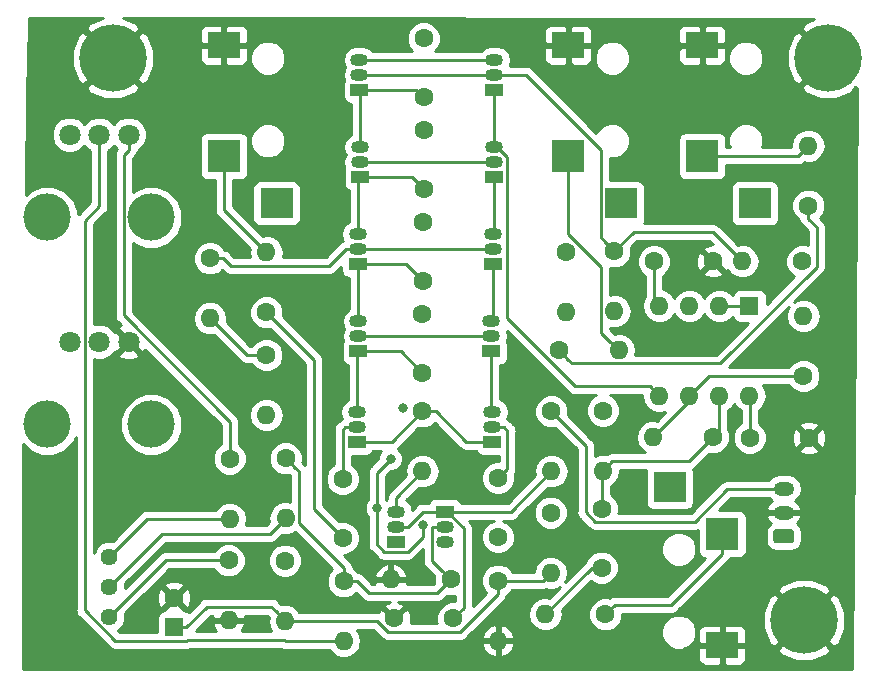
<source format=gbr>
G04 #@! TF.GenerationSoftware,KiCad,Pcbnew,(5.0.1)-rc2*
G04 #@! TF.CreationDate,2019-02-27T00:02:04-05:00*
G04 #@! TF.ProjectId,ladder_filter,6C61646465725F66696C7465722E6B69,rev?*
G04 #@! TF.SameCoordinates,Original*
G04 #@! TF.FileFunction,Copper,L1,Top,Signal*
G04 #@! TF.FilePolarity,Positive*
%FSLAX46Y46*%
G04 Gerber Fmt 4.6, Leading zero omitted, Abs format (unit mm)*
G04 Created by KiCad (PCBNEW (5.0.1)-rc2) date 2/27/2019 12:02:04 AM*
%MOMM*%
%LPD*%
G01*
G04 APERTURE LIST*
G04 #@! TA.AperFunction,ComponentPad*
%ADD10C,1.600000*%
G04 #@! TD*
G04 #@! TA.AperFunction,ComponentPad*
%ADD11R,1.600000X1.600000*%
G04 #@! TD*
G04 #@! TA.AperFunction,ComponentPad*
%ADD12C,5.700000*%
G04 #@! TD*
G04 #@! TA.AperFunction,SMDPad,CuDef*
%ADD13R,2.800000X2.600000*%
G04 #@! TD*
G04 #@! TA.AperFunction,SMDPad,CuDef*
%ADD14R,2.800000X2.800000*%
G04 #@! TD*
G04 #@! TA.AperFunction,SMDPad,CuDef*
%ADD15R,2.800000X2.200000*%
G04 #@! TD*
G04 #@! TA.AperFunction,Conductor*
%ADD16C,0.100000*%
G04 #@! TD*
G04 #@! TA.AperFunction,ComponentPad*
%ADD17C,1.200000*%
G04 #@! TD*
G04 #@! TA.AperFunction,ComponentPad*
%ADD18O,1.750000X1.200000*%
G04 #@! TD*
G04 #@! TA.AperFunction,ComponentPad*
%ADD19O,1.500000X1.050000*%
G04 #@! TD*
G04 #@! TA.AperFunction,ComponentPad*
%ADD20R,1.500000X1.050000*%
G04 #@! TD*
G04 #@! TA.AperFunction,ComponentPad*
%ADD21O,1.600000X1.600000*%
G04 #@! TD*
G04 #@! TA.AperFunction,ComponentPad*
%ADD22C,1.800000*%
G04 #@! TD*
G04 #@! TA.AperFunction,WasherPad*
%ADD23C,4.000000*%
G04 #@! TD*
G04 #@! TA.AperFunction,ComponentPad*
%ADD24C,1.440000*%
G04 #@! TD*
G04 #@! TA.AperFunction,ViaPad*
%ADD25C,0.800000*%
G04 #@! TD*
G04 #@! TA.AperFunction,Conductor*
%ADD26C,0.250000*%
G04 #@! TD*
G04 #@! TA.AperFunction,Conductor*
%ADD27C,0.254000*%
G04 #@! TD*
G04 APERTURE END LIST*
D10*
G04 #@! TO.P,C1,2*
G04 #@! TO.N,Ladder5_Lb*
X160629600Y-71708000D03*
G04 #@! TO.P,C1,1*
G04 #@! TO.N,Net-(C1-Pad1)*
X160629600Y-76708000D03*
G04 #@! TD*
D11*
G04 #@! TO.P,C2,1*
G04 #@! TO.N,Net-(C2-Pad1)*
X146354800Y-84277200D03*
D10*
G04 #@! TO.P,C2,2*
G04 #@! TO.N,Ladder6_Re*
X146354800Y-81777200D03*
G04 #@! TD*
G04 #@! TO.P,C3,1*
G04 #@! TO.N,Ladder6_Re*
X164998400Y-83515200D03*
G04 #@! TO.P,C3,2*
G04 #@! TO.N,Ladder6_Le*
X169998400Y-83515200D03*
G04 #@! TD*
G04 #@! TO.P,C4,1*
G04 #@! TO.N,Ladder1_Re*
X167487600Y-34391600D03*
G04 #@! TO.P,C4,2*
G04 #@! TO.N,Ladder1_Le*
X167487600Y-39391600D03*
G04 #@! TD*
G04 #@! TO.P,C5,1*
G04 #@! TO.N,Ladder2_Re*
X167538400Y-42164000D03*
G04 #@! TO.P,C5,2*
G04 #@! TO.N,Ladder2_Le*
X167538400Y-47164000D03*
G04 #@! TD*
G04 #@! TO.P,C6,2*
G04 #@! TO.N,Ladder3_Le*
X167436800Y-54936400D03*
G04 #@! TO.P,C6,1*
G04 #@! TO.N,Ladder3_Re*
X167436800Y-49936400D03*
G04 #@! TD*
G04 #@! TO.P,C7,2*
G04 #@! TO.N,Ladder4_Le*
X167386000Y-62708800D03*
G04 #@! TO.P,C7,1*
G04 #@! TO.N,Ladder4_Re*
X167386000Y-57708800D03*
G04 #@! TD*
G04 #@! TO.P,C8,1*
G04 #@! TO.N,Ladder6_Re*
X200101200Y-68224400D03*
G04 #@! TO.P,C8,2*
G04 #@! TO.N,Ladder1_c*
X195101200Y-68224400D03*
G04 #@! TD*
G04 #@! TO.P,C9,2*
G04 #@! TO.N,Ladder6_Re*
X191994800Y-53289200D03*
G04 #@! TO.P,C9,1*
G04 #@! TO.N,Ladder6_Lc*
X186994800Y-53289200D03*
G04 #@! TD*
G04 #@! TO.P,C10,2*
G04 #@! TO.N,Net-(C10-Pad2)*
X173786800Y-76628000D03*
G04 #@! TO.P,C10,1*
G04 #@! TO.N,Ladder5_Rb*
X173786800Y-71628000D03*
G04 #@! TD*
G04 #@! TO.P,C11,1*
G04 #@! TO.N,Net-(C11-Pad1)*
X182575200Y-74218800D03*
G04 #@! TO.P,C11,2*
G04 #@! TO.N,Net-(C11-Pad2)*
X182575200Y-79218800D03*
G04 #@! TD*
D12*
G04 #@! TO.P,H2,1*
G04 #@! TO.N,Ladder6_Re*
X141173200Y-36068000D03*
G04 #@! TD*
G04 #@! TO.P,H3,1*
G04 #@! TO.N,Ladder6_Re*
X199694800Y-83667600D03*
G04 #@! TD*
G04 #@! TO.P,H4,1*
G04 #@! TO.N,Ladder6_Re*
X201726800Y-36068000D03*
G04 #@! TD*
D13*
G04 #@! TO.P,J1,TN*
G04 #@! TO.N,Net-(J1-PadTN)*
X155029600Y-48377200D03*
D14*
G04 #@! TO.P,J1,T*
G04 #@! TO.N,VCF_In*
X150579600Y-44377200D03*
D15*
G04 #@! TO.P,J1,S*
G04 #@! TO.N,Ladder6_Re*
X150579600Y-34977200D03*
G04 #@! TD*
G04 #@! TO.P,J2,S*
G04 #@! TO.N,Ladder6_Re*
X179738800Y-34977200D03*
D14*
G04 #@! TO.P,J2,T*
G04 #@! TO.N,VCF_EXP_CV*
X179738800Y-44377200D03*
D13*
G04 #@! TO.P,J2,TN*
G04 #@! TO.N,Net-(J2-PadTN)*
X184188800Y-48377200D03*
G04 #@! TD*
G04 #@! TO.P,J3,TN*
G04 #@! TO.N,Net-(J3-PadTN)*
X188327600Y-72374400D03*
D14*
G04 #@! TO.P,J3,T*
G04 #@! TO.N,VCF_Out*
X192777600Y-76374400D03*
D15*
G04 #@! TO.P,J3,S*
G04 #@! TO.N,Ladder6_Re*
X192777600Y-85774400D03*
G04 #@! TD*
G04 #@! TO.P,J4,S*
G04 #@! TO.N,Ladder6_Re*
X191067200Y-34977200D03*
D14*
G04 #@! TO.P,J4,T*
G04 #@! TO.N,VCF_mod*
X191067200Y-44377200D03*
D13*
G04 #@! TO.P,J4,TN*
G04 #@! TO.N,Net-(J4-PadTN)*
X195517200Y-48377200D03*
G04 #@! TD*
D16*
G04 #@! TO.N,Ladder6_Lc*
G04 #@! TO.C,J5*
G36*
X198617105Y-75956804D02*
X198641373Y-75960404D01*
X198665172Y-75966365D01*
X198688271Y-75974630D01*
X198710450Y-75985120D01*
X198731493Y-75997732D01*
X198751199Y-76012347D01*
X198769377Y-76028823D01*
X198785853Y-76047001D01*
X198800468Y-76066707D01*
X198813080Y-76087750D01*
X198823570Y-76109929D01*
X198831835Y-76133028D01*
X198837796Y-76156827D01*
X198841396Y-76181095D01*
X198842600Y-76205599D01*
X198842600Y-76905601D01*
X198841396Y-76930105D01*
X198837796Y-76954373D01*
X198831835Y-76978172D01*
X198823570Y-77001271D01*
X198813080Y-77023450D01*
X198800468Y-77044493D01*
X198785853Y-77064199D01*
X198769377Y-77082377D01*
X198751199Y-77098853D01*
X198731493Y-77113468D01*
X198710450Y-77126080D01*
X198688271Y-77136570D01*
X198665172Y-77144835D01*
X198641373Y-77150796D01*
X198617105Y-77154396D01*
X198592601Y-77155600D01*
X197342599Y-77155600D01*
X197318095Y-77154396D01*
X197293827Y-77150796D01*
X197270028Y-77144835D01*
X197246929Y-77136570D01*
X197224750Y-77126080D01*
X197203707Y-77113468D01*
X197184001Y-77098853D01*
X197165823Y-77082377D01*
X197149347Y-77064199D01*
X197134732Y-77044493D01*
X197122120Y-77023450D01*
X197111630Y-77001271D01*
X197103365Y-76978172D01*
X197097404Y-76954373D01*
X197093804Y-76930105D01*
X197092600Y-76905601D01*
X197092600Y-76205599D01*
X197093804Y-76181095D01*
X197097404Y-76156827D01*
X197103365Y-76133028D01*
X197111630Y-76109929D01*
X197122120Y-76087750D01*
X197134732Y-76066707D01*
X197149347Y-76047001D01*
X197165823Y-76028823D01*
X197184001Y-76012347D01*
X197203707Y-75997732D01*
X197224750Y-75985120D01*
X197246929Y-75974630D01*
X197270028Y-75966365D01*
X197293827Y-75960404D01*
X197318095Y-75956804D01*
X197342599Y-75955600D01*
X198592601Y-75955600D01*
X198617105Y-75956804D01*
X198617105Y-75956804D01*
G37*
D17*
G04 #@! TD*
G04 #@! TO.P,J5,1*
G04 #@! TO.N,Ladder6_Lc*
X197967600Y-76555600D03*
D18*
G04 #@! TO.P,J5,2*
G04 #@! TO.N,Ladder6_Re*
X197967600Y-74555600D03*
G04 #@! TO.P,J5,3*
G04 #@! TO.N,Ladder1_c*
X197967600Y-72555600D03*
G04 #@! TD*
D19*
G04 #@! TO.P,Q1,2*
G04 #@! TO.N,Ladder6_Lb*
X169265600Y-75742800D03*
G04 #@! TO.P,Q1,3*
G04 #@! TO.N,Ladder6_Lc*
X169265600Y-77012800D03*
D20*
G04 #@! TO.P,Q1,1*
G04 #@! TO.N,Ladder6_Le*
X169265600Y-74472800D03*
G04 #@! TD*
D19*
G04 #@! TO.P,Q2,2*
G04 #@! TO.N,Ladder5_Lb*
X161848800Y-67310000D03*
G04 #@! TO.P,Q2,3*
G04 #@! TO.N,Ladder4_Le*
X161848800Y-66040000D03*
D20*
G04 #@! TO.P,Q2,1*
G04 #@! TO.N,Ladder5_e*
X161848800Y-68580000D03*
G04 #@! TD*
G04 #@! TO.P,Q3,1*
G04 #@! TO.N,Ladder1_Le*
X162052000Y-38760400D03*
D19*
G04 #@! TO.P,Q3,3*
G04 #@! TO.N,Ladder1_c*
X162052000Y-36220400D03*
G04 #@! TO.P,Q3,2*
G04 #@! TO.N,Ladder1_b*
X162052000Y-37490400D03*
G04 #@! TD*
G04 #@! TO.P,Q4,2*
G04 #@! TO.N,Ladder2_b*
X162102800Y-44873333D03*
G04 #@! TO.P,Q4,3*
G04 #@! TO.N,Ladder1_Le*
X162102800Y-43603333D03*
D20*
G04 #@! TO.P,Q4,1*
G04 #@! TO.N,Ladder2_Le*
X162102800Y-46143333D03*
G04 #@! TD*
D19*
G04 #@! TO.P,Q5,2*
G04 #@! TO.N,Ladder3_b*
X161899600Y-52256266D03*
G04 #@! TO.P,Q5,3*
G04 #@! TO.N,Ladder2_Le*
X161899600Y-50986266D03*
D20*
G04 #@! TO.P,Q5,1*
G04 #@! TO.N,Ladder3_Le*
X161899600Y-53526266D03*
G04 #@! TD*
G04 #@! TO.P,Q6,1*
G04 #@! TO.N,Ladder4_Le*
X161950400Y-60909200D03*
D19*
G04 #@! TO.P,Q6,3*
G04 #@! TO.N,Ladder3_Le*
X161950400Y-58369200D03*
G04 #@! TO.P,Q6,2*
G04 #@! TO.N,Ladder4_b*
X161950400Y-59639200D03*
G04 #@! TD*
D20*
G04 #@! TO.P,Q7,1*
G04 #@! TO.N,Ladder6_Re*
X165150800Y-77012800D03*
D19*
G04 #@! TO.P,Q7,3*
G04 #@! TO.N,Ladder6_Rc*
X165150800Y-74472800D03*
G04 #@! TO.P,Q7,2*
G04 #@! TO.N,Ladder6_Le*
X165150800Y-75742800D03*
G04 #@! TD*
G04 #@! TO.P,Q8,2*
G04 #@! TO.N,Ladder1_b*
X173482000Y-37490400D03*
G04 #@! TO.P,Q8,3*
G04 #@! TO.N,Ladder1_c*
X173482000Y-36220400D03*
D20*
G04 #@! TO.P,Q8,1*
G04 #@! TO.N,Ladder1_Re*
X173482000Y-38760400D03*
G04 #@! TD*
G04 #@! TO.P,Q9,1*
G04 #@! TO.N,Ladder2_Re*
X173482000Y-46143333D03*
D19*
G04 #@! TO.P,Q9,3*
G04 #@! TO.N,Ladder1_Re*
X173482000Y-43603333D03*
G04 #@! TO.P,Q9,2*
G04 #@! TO.N,Ladder2_b*
X173482000Y-44873333D03*
G04 #@! TD*
D20*
G04 #@! TO.P,Q10,1*
G04 #@! TO.N,Ladder3_Re*
X173380400Y-53526266D03*
D19*
G04 #@! TO.P,Q10,3*
G04 #@! TO.N,Ladder2_Re*
X173380400Y-50986266D03*
G04 #@! TO.P,Q10,2*
G04 #@! TO.N,Ladder3_b*
X173380400Y-52256266D03*
G04 #@! TD*
G04 #@! TO.P,Q11,2*
G04 #@! TO.N,Ladder4_b*
X173228000Y-59639200D03*
G04 #@! TO.P,Q11,3*
G04 #@! TO.N,Ladder3_Re*
X173228000Y-58369200D03*
D20*
G04 #@! TO.P,Q11,1*
G04 #@! TO.N,Ladder4_Re*
X173228000Y-60909200D03*
G04 #@! TD*
G04 #@! TO.P,Q12,1*
G04 #@! TO.N,Ladder5_e*
X173278800Y-68580000D03*
D19*
G04 #@! TO.P,Q12,3*
G04 #@! TO.N,Ladder4_Re*
X173278800Y-66040000D03*
G04 #@! TO.P,Q12,2*
G04 #@! TO.N,Ladder5_Rb*
X173278800Y-67310000D03*
G04 #@! TD*
D21*
G04 #@! TO.P,R1,2*
G04 #@! TO.N,Ladder6_Re*
X150977600Y-83667600D03*
D10*
G04 #@! TO.P,R1,1*
G04 #@! TO.N,Net-(R1-Pad1)*
X150977600Y-78587600D03*
G04 #@! TD*
G04 #@! TO.P,R2,1*
G04 #@! TO.N,Ladder6_Lc*
X151079200Y-70002400D03*
D21*
G04 #@! TO.P,R2,2*
G04 #@! TO.N,Net-(R2-Pad2)*
X151079200Y-75082400D03*
G04 #@! TD*
D10*
G04 #@! TO.P,R3,1*
G04 #@! TO.N,Ladder6_Lb*
X155803600Y-69951600D03*
D21*
G04 #@! TO.P,R3,2*
G04 #@! TO.N,Net-(R3-Pad2)*
X155803600Y-75031600D03*
G04 #@! TD*
G04 #@! TO.P,R4,2*
G04 #@! TO.N,VCF_EXP_CV*
X183997600Y-60807600D03*
D10*
G04 #@! TO.P,R4,1*
G04 #@! TO.N,Ladder6_Lb*
X178917600Y-60807600D03*
G04 #@! TD*
D21*
G04 #@! TO.P,R5,2*
G04 #@! TO.N,Net-(R5-Pad2)*
X160731200Y-85445600D03*
D10*
G04 #@! TO.P,R5,1*
G04 #@! TO.N,Ladder6_Lb*
X160731200Y-80365600D03*
G04 #@! TD*
G04 #@! TO.P,R6,1*
G04 #@! TO.N,Ladder6_Lb*
X200050400Y-48564800D03*
D21*
G04 #@! TO.P,R6,2*
G04 #@! TO.N,VCF_mod*
X200050400Y-43484800D03*
G04 #@! TD*
G04 #@! TO.P,R7,2*
G04 #@! TO.N,VCF_In*
X154178000Y-52527200D03*
D10*
G04 #@! TO.P,R7,1*
G04 #@! TO.N,Net-(C1-Pad1)*
X154178000Y-57607200D03*
G04 #@! TD*
G04 #@! TO.P,R8,1*
G04 #@! TO.N,Ladder6_Lb*
X169773600Y-80213200D03*
D21*
G04 #@! TO.P,R8,2*
G04 #@! TO.N,Ladder6_Re*
X164693600Y-80213200D03*
G04 #@! TD*
G04 #@! TO.P,R9,2*
G04 #@! TO.N,Ladder6_Le*
X178308000Y-71069200D03*
D10*
G04 #@! TO.P,R9,1*
G04 #@! TO.N,Ladder1_c*
X178308000Y-65989200D03*
G04 #@! TD*
D21*
G04 #@! TO.P,R10,2*
G04 #@! TO.N,Ladder1_b*
X194462400Y-53289200D03*
D10*
G04 #@! TO.P,R10,1*
G04 #@! TO.N,Ladder1_c*
X199542400Y-53289200D03*
G04 #@! TD*
G04 #@! TO.P,R11,1*
G04 #@! TO.N,Ladder1_b*
X183642000Y-52425600D03*
D21*
G04 #@! TO.P,R11,2*
G04 #@! TO.N,Ladder2_b*
X183642000Y-57505600D03*
G04 #@! TD*
G04 #@! TO.P,R12,2*
G04 #@! TO.N,Ladder3_b*
X179578000Y-57556400D03*
D10*
G04 #@! TO.P,R12,1*
G04 #@! TO.N,Ladder2_b*
X179578000Y-52476400D03*
G04 #@! TD*
G04 #@! TO.P,R13,1*
G04 #@! TO.N,Ladder3_b*
X149402800Y-53035200D03*
D21*
G04 #@! TO.P,R13,2*
G04 #@! TO.N,Ladder4_b*
X149402800Y-58115200D03*
G04 #@! TD*
G04 #@! TO.P,R14,2*
G04 #@! TO.N,Net-(C2-Pad1)*
X154178000Y-66294000D03*
D10*
G04 #@! TO.P,R14,1*
G04 #@! TO.N,Ladder4_b*
X154178000Y-61214000D03*
G04 #@! TD*
G04 #@! TO.P,R15,1*
G04 #@! TO.N,Net-(C2-Pad1)*
X173786800Y-80314800D03*
D21*
G04 #@! TO.P,R15,2*
G04 #@! TO.N,Ladder6_Re*
X173786800Y-85394800D03*
G04 #@! TD*
G04 #@! TO.P,R16,2*
G04 #@! TO.N,Net-(C2-Pad1)*
X155752800Y-83718400D03*
D10*
G04 #@! TO.P,R16,1*
G04 #@! TO.N,Ladder5_Lb*
X155752800Y-78638400D03*
G04 #@! TD*
G04 #@! TO.P,R17,1*
G04 #@! TO.N,Ladder5_e*
X167386000Y-65989200D03*
D21*
G04 #@! TO.P,R17,2*
G04 #@! TO.N,Ladder6_Rc*
X167386000Y-71069200D03*
G04 #@! TD*
G04 #@! TO.P,R18,2*
G04 #@! TO.N,Net-(C2-Pad1)*
X178257200Y-79654400D03*
D10*
G04 #@! TO.P,R18,1*
G04 #@! TO.N,Ladder5_Rb*
X178257200Y-74574400D03*
G04 #@! TD*
G04 #@! TO.P,R19,1*
G04 #@! TO.N,Net-(R19-Pad1)*
X199644000Y-62992000D03*
D21*
G04 #@! TO.P,R19,2*
G04 #@! TO.N,Net-(R19-Pad2)*
X199644000Y-57912000D03*
G04 #@! TD*
G04 #@! TO.P,R20,2*
G04 #@! TO.N,Net-(R19-Pad1)*
X186893200Y-68173600D03*
D10*
G04 #@! TO.P,R20,1*
G04 #@! TO.N,Net-(C11-Pad1)*
X191973200Y-68173600D03*
G04 #@! TD*
G04 #@! TO.P,R21,1*
G04 #@! TO.N,Net-(R21-Pad1)*
X182676800Y-65938400D03*
D21*
G04 #@! TO.P,R21,2*
G04 #@! TO.N,Net-(C11-Pad1)*
X182676800Y-71018400D03*
G04 #@! TD*
D10*
G04 #@! TO.P,R22,1*
G04 #@! TO.N,VCF_Out*
X182880000Y-83159600D03*
D21*
G04 #@! TO.P,R22,2*
G04 #@! TO.N,Net-(C11-Pad2)*
X177800000Y-83159600D03*
G04 #@! TD*
D22*
G04 #@! TO.P,RV1,3*
G04 #@! TO.N,Ladder6_Lc*
X142515600Y-42570400D03*
G04 #@! TO.P,RV1,2*
G04 #@! TO.N,Net-(R5-Pad2)*
X140015600Y-42570400D03*
G04 #@! TO.P,RV1,1*
G04 #@! TO.N,Ladder1_c*
X137515600Y-42570400D03*
D23*
G04 #@! TO.P,RV1,*
G04 #@! TO.N,*
X144415600Y-49570400D03*
X135615600Y-49570400D03*
G04 #@! TD*
D24*
G04 #@! TO.P,RV2,1*
G04 #@! TO.N,Net-(R1-Pad1)*
X140868400Y-83362800D03*
G04 #@! TO.P,RV2,2*
G04 #@! TO.N,Net-(R3-Pad2)*
X140868400Y-80822800D03*
G04 #@! TO.P,RV2,3*
G04 #@! TO.N,Net-(R2-Pad2)*
X140868400Y-78282800D03*
G04 #@! TD*
D23*
G04 #@! TO.P,RV3,*
G04 #@! TO.N,*
X135615600Y-67096400D03*
X144415600Y-67096400D03*
D22*
G04 #@! TO.P,RV3,1*
G04 #@! TO.N,Net-(R21-Pad1)*
X137515600Y-60096400D03*
G04 #@! TO.P,RV3,2*
G04 #@! TO.N,Net-(C10-Pad2)*
X140015600Y-60096400D03*
G04 #@! TO.P,RV3,3*
G04 #@! TO.N,Ladder6_Re*
X142515600Y-60096400D03*
G04 #@! TD*
D11*
G04 #@! TO.P,U1,1*
G04 #@! TO.N,Net-(R19-Pad2)*
X195072000Y-57048400D03*
D21*
G04 #@! TO.P,U1,5*
G04 #@! TO.N,Ladder1_Re*
X187452000Y-64668400D03*
G04 #@! TO.P,U1,2*
G04 #@! TO.N,Net-(R19-Pad2)*
X192532000Y-57048400D03*
G04 #@! TO.P,U1,6*
G04 #@! TO.N,Net-(R19-Pad1)*
X189992000Y-64668400D03*
G04 #@! TO.P,U1,3*
G04 #@! TO.N,Ladder1_Le*
X189992000Y-57048400D03*
G04 #@! TO.P,U1,7*
G04 #@! TO.N,Net-(C11-Pad1)*
X192532000Y-64668400D03*
G04 #@! TO.P,U1,4*
G04 #@! TO.N,Ladder6_Lc*
X187452000Y-57048400D03*
G04 #@! TO.P,U1,8*
G04 #@! TO.N,Ladder1_c*
X195072000Y-64668400D03*
G04 #@! TD*
D25*
G04 #@! TO.N,Ladder1_c*
X163525200Y-74168000D03*
X165760400Y-65684400D03*
X164693600Y-70002400D03*
X167436800Y-75590400D03*
G04 #@! TO.N,Ladder6_Re*
X146913600Y-36728400D03*
X185115200Y-38455600D03*
X158902400Y-78994000D03*
X162102800Y-78384400D03*
G04 #@! TD*
D26*
G04 #@! TO.N,Net-(C1-Pad1)*
X154977999Y-58407199D02*
X154178000Y-57607200D01*
X158191200Y-61620400D02*
X154977999Y-58407199D01*
X158191200Y-74269600D02*
X158191200Y-61620400D01*
X160629600Y-76708000D02*
X158191200Y-74269600D01*
G04 #@! TO.N,Net-(C2-Pad1)*
X177596800Y-80314800D02*
X178257200Y-79654400D01*
X173786800Y-80314800D02*
X177596800Y-80314800D01*
X173786800Y-81446170D02*
X173786800Y-80314800D01*
X170592769Y-84640201D02*
X173786800Y-81446170D01*
X164458399Y-84640201D02*
X170592769Y-84640201D01*
X163536598Y-83718400D02*
X164458399Y-84640201D01*
X155752800Y-83718400D02*
X163536598Y-83718400D01*
X154952801Y-82918401D02*
X155752800Y-83718400D01*
X154576999Y-82542599D02*
X154952801Y-82918401D01*
X149139401Y-82542599D02*
X154576999Y-82542599D01*
X147404800Y-84277200D02*
X149139401Y-82542599D01*
X146354800Y-84277200D02*
X147404800Y-84277200D01*
G04 #@! TO.N,Ladder1_c*
X163525200Y-71170800D02*
X164693600Y-70002400D01*
X163525200Y-74168000D02*
X163525200Y-71170800D01*
X167436800Y-76156085D02*
X167436800Y-75590400D01*
X167436800Y-76586802D02*
X167436800Y-76156085D01*
X166160801Y-77862801D02*
X167436800Y-76586802D01*
X164140799Y-77862801D02*
X166160801Y-77862801D01*
X163525200Y-77247202D02*
X164140799Y-77862801D01*
X163525200Y-74168000D02*
X163525200Y-77247202D01*
G04 #@! TO.N,Net-(C11-Pad1)*
X192532000Y-67614800D02*
X191973200Y-68173600D01*
X192532000Y-64668400D02*
X192532000Y-67614800D01*
X182575200Y-71120000D02*
X182676800Y-71018400D01*
X182575200Y-74218800D02*
X182575200Y-71120000D01*
X191173201Y-68973599D02*
X191973200Y-68173600D01*
X189928399Y-70218401D02*
X191173201Y-68973599D01*
X183476799Y-70218401D02*
X189928399Y-70218401D01*
X182676800Y-71018400D02*
X183476799Y-70218401D01*
G04 #@! TO.N,Net-(C11-Pad2)*
X181740800Y-79218800D02*
X182575200Y-79218800D01*
X177800000Y-83159600D02*
X181740800Y-79218800D01*
G04 #@! TO.N,Net-(R1-Pad1)*
X145643600Y-78587600D02*
X150977600Y-78587600D01*
X140868400Y-83362800D02*
X145643600Y-78587600D01*
G04 #@! TO.N,Net-(R2-Pad2)*
X144068800Y-75082400D02*
X151079200Y-75082400D01*
X140868400Y-78282800D02*
X144068800Y-75082400D01*
G04 #@! TO.N,Net-(R3-Pad2)*
X155003601Y-75831599D02*
X155803600Y-75031600D01*
X154482800Y-76352400D02*
X155003601Y-75831599D01*
X145338800Y-76352400D02*
X154482800Y-76352400D01*
X140868400Y-80822800D02*
X145338800Y-76352400D01*
G04 #@! TO.N,VCF_EXP_CV*
X183197601Y-60007601D02*
X183997600Y-60807600D01*
X182516999Y-59326999D02*
X183197601Y-60007601D01*
X182516999Y-53750397D02*
X182516999Y-59326999D01*
X179738800Y-50972198D02*
X182516999Y-53750397D01*
X179738800Y-44377200D02*
X179738800Y-50972198D01*
G04 #@! TO.N,Net-(R5-Pad2)*
X140015600Y-48611402D02*
X140015600Y-42570400D01*
X138785600Y-49841402D02*
X140015600Y-48611402D01*
X138785600Y-82826602D02*
X138785600Y-49841402D01*
X160731200Y-85445600D02*
X155814998Y-85445600D01*
X155814998Y-85445600D02*
X155706599Y-85337201D01*
X155706599Y-85337201D02*
X147479801Y-85337201D01*
X147479801Y-85337201D02*
X147414801Y-85402201D01*
X147414801Y-85402201D02*
X141361199Y-85402201D01*
X141361199Y-85402201D02*
X138785600Y-82826602D01*
G04 #@! TO.N,VCF_mod*
X199158000Y-44377200D02*
X200050400Y-43484800D01*
X191067200Y-44377200D02*
X199158000Y-44377200D01*
G04 #@! TO.N,VCF_In*
X150579600Y-48928800D02*
X154178000Y-52527200D01*
X150579600Y-44377200D02*
X150579600Y-48928800D01*
G04 #@! TO.N,Net-(R19-Pad1)*
X189992000Y-65074800D02*
X189992000Y-64668400D01*
X186893200Y-68173600D02*
X189992000Y-65074800D01*
X191668400Y-62992000D02*
X199644000Y-62992000D01*
X189992000Y-64668400D02*
X191668400Y-62992000D01*
G04 #@! TO.N,Net-(R19-Pad2)*
X193663370Y-57048400D02*
X195072000Y-57048400D01*
X192532000Y-57048400D02*
X193663370Y-57048400D01*
G04 #@! TO.N,VCF_Out*
X192777600Y-78024400D02*
X192777600Y-76374400D01*
X188442399Y-82359601D02*
X192777600Y-78024400D01*
X183679999Y-82359601D02*
X188442399Y-82359601D01*
X182880000Y-83159600D02*
X183679999Y-82359601D01*
G04 #@! TO.N,Ladder6_Re*
X179738800Y-36327200D02*
X181867200Y-38455600D01*
X179738800Y-34977200D02*
X179738800Y-36327200D01*
X189417200Y-34977200D02*
X191067200Y-34977200D01*
X185938800Y-38455600D02*
X189417200Y-34977200D01*
X181867200Y-38455600D02*
X185115200Y-38455600D01*
X185115200Y-38455600D02*
X185938800Y-38455600D01*
X148664800Y-34977200D02*
X150579600Y-34977200D01*
X146913600Y-36728400D02*
X148664800Y-34977200D01*
G04 #@! TO.N,Ladder6_Lb*
X156603599Y-70751599D02*
X155803600Y-69951600D01*
X156928601Y-71076601D02*
X156603599Y-70751599D01*
X156928601Y-75431631D02*
X156928601Y-71076601D01*
X160731200Y-79234230D02*
X156928601Y-75431631D01*
X160731200Y-80365600D02*
X160731200Y-79234230D01*
X168973601Y-81013199D02*
X169773600Y-80213200D01*
X168648599Y-81338201D02*
X168973601Y-81013199D01*
X162835171Y-81338201D02*
X168648599Y-81338201D01*
X161862570Y-80365600D02*
X162835171Y-81338201D01*
X160731200Y-80365600D02*
X161862570Y-80365600D01*
X168973601Y-79413201D02*
X169773600Y-80213200D01*
X168190590Y-78630190D02*
X168973601Y-79413201D01*
X168190590Y-75817810D02*
X168190590Y-78630190D01*
X168265600Y-75742800D02*
X168190590Y-75817810D01*
X169265600Y-75742800D02*
X168265600Y-75742800D01*
X179717599Y-61607599D02*
X178917600Y-60807600D01*
X180042601Y-61932601D02*
X179717599Y-61607599D01*
X192564001Y-61932601D02*
X180042601Y-61932601D01*
X200769001Y-50414771D02*
X200769001Y-53727601D01*
X200769001Y-53727601D02*
X192564001Y-61932601D01*
X200050400Y-49696170D02*
X200769001Y-50414771D01*
X200050400Y-48564800D02*
X200050400Y-49696170D01*
G04 #@! TO.N,Ladder1_b*
X163052000Y-37490400D02*
X173482000Y-37490400D01*
X162052000Y-37490400D02*
X163052000Y-37490400D01*
X182842001Y-51625601D02*
X183642000Y-52425600D01*
X182463799Y-51247399D02*
X182842001Y-51625601D01*
X182463799Y-43830599D02*
X182463799Y-51247399D01*
X176123600Y-37490400D02*
X182463799Y-43830599D01*
X173482000Y-37490400D02*
X176123600Y-37490400D01*
X193662401Y-52489201D02*
X194462400Y-53289200D01*
X191973200Y-50800000D02*
X193662401Y-52489201D01*
X185267600Y-50800000D02*
X191973200Y-50800000D01*
X183642000Y-52425600D02*
X185267600Y-50800000D01*
G04 #@! TO.N,Ladder2_b*
X163102800Y-44873333D02*
X173482000Y-44873333D01*
X162102800Y-44873333D02*
X163102800Y-44873333D01*
G04 #@! TO.N,Ladder6_Lc*
X186994800Y-56591200D02*
X187452000Y-57048400D01*
X186994800Y-53289200D02*
X186994800Y-56591200D01*
X151079200Y-68871030D02*
X151079200Y-70002400D01*
X151079200Y-66846998D02*
X151079200Y-68871030D01*
X142090599Y-57858397D02*
X151079200Y-66846998D01*
X142090599Y-44268193D02*
X142090599Y-57858397D01*
X142515600Y-43843192D02*
X142090599Y-44268193D01*
X142515600Y-42570400D02*
X142515600Y-43843192D01*
G04 #@! TO.N,Ladder6_Le*
X174904400Y-74472800D02*
X178308000Y-71069200D01*
X169265600Y-74472800D02*
X174904400Y-74472800D01*
X168265600Y-74472800D02*
X169265600Y-74472800D01*
X167420800Y-74472800D02*
X168265600Y-74472800D01*
X166150800Y-75742800D02*
X167420800Y-74472800D01*
X165150800Y-75742800D02*
X166150800Y-75742800D01*
X169490600Y-74472800D02*
X169265600Y-74472800D01*
X170898601Y-75880801D02*
X169490600Y-74472800D01*
X170898601Y-82614999D02*
X170898601Y-75880801D01*
X169998400Y-83515200D02*
X170898601Y-82614999D01*
G04 #@! TO.N,Ladder1_c*
X162052000Y-36220400D02*
X173482000Y-36220400D01*
X195101200Y-64697600D02*
X195072000Y-64668400D01*
X195101200Y-68224400D02*
X195101200Y-64697600D01*
X193211398Y-72555600D02*
X197967600Y-72555600D01*
X190423197Y-75343801D02*
X193211398Y-72555600D01*
X182035199Y-75343801D02*
X190423197Y-75343801D01*
X181203600Y-74512202D02*
X182035199Y-75343801D01*
X178308000Y-65989200D02*
X181203600Y-68884800D01*
X181203600Y-68884800D02*
X181203600Y-74512202D01*
G04 #@! TO.N,Ladder4_b*
X161950400Y-59639200D02*
X173228000Y-59639200D01*
X152501600Y-61214000D02*
X154178000Y-61214000D01*
X149402800Y-58115200D02*
X152501600Y-61214000D01*
G04 #@! TO.N,Ladder5_Rb*
X174278800Y-67310000D02*
X173278800Y-67310000D01*
X174586799Y-67617999D02*
X174278800Y-67310000D01*
X174586799Y-70828001D02*
X174586799Y-67617999D01*
X173786800Y-71628000D02*
X174586799Y-70828001D01*
G04 #@! TO.N,Ladder3_b*
X162899600Y-52256266D02*
X173380400Y-52256266D01*
X161899600Y-52256266D02*
X162899600Y-52256266D01*
X160899600Y-52256266D02*
X161899600Y-52256266D01*
X159503665Y-53652201D02*
X160899600Y-52256266D01*
X151151171Y-53652201D02*
X159503665Y-53652201D01*
X150534170Y-53035200D02*
X151151171Y-53652201D01*
X149402800Y-53035200D02*
X150534170Y-53035200D01*
G04 #@! TO.N,Ladder5_e*
X164795200Y-68580000D02*
X167386000Y-65989200D01*
X161848800Y-68580000D02*
X164795200Y-68580000D01*
X172278800Y-68580000D02*
X173278800Y-68580000D01*
X171108170Y-68580000D02*
X172278800Y-68580000D01*
X168517370Y-65989200D02*
X171108170Y-68580000D01*
X167386000Y-65989200D02*
X168517370Y-65989200D01*
G04 #@! TO.N,Ladder6_Rc*
X165150800Y-73304400D02*
X165150800Y-74472800D01*
X167386000Y-71069200D02*
X165150800Y-73304400D01*
G04 #@! TO.N,Ladder5_Lb*
X160629600Y-70576630D02*
X160629600Y-71708000D01*
X160629600Y-67529200D02*
X160629600Y-70576630D01*
X160848800Y-67310000D02*
X160629600Y-67529200D01*
X161848800Y-67310000D02*
X160848800Y-67310000D01*
G04 #@! TO.N,Ladder4_Re*
X173228000Y-65989200D02*
X173278800Y-66040000D01*
X173228000Y-60909200D02*
X173228000Y-65989200D01*
G04 #@! TO.N,Ladder2_Re*
X173482000Y-50884666D02*
X173380400Y-50986266D01*
X173482000Y-46143333D02*
X173482000Y-50884666D01*
G04 #@! TO.N,Ladder1_Re*
X173482000Y-38760400D02*
X173482000Y-43603333D01*
X173707000Y-43603333D02*
X173482000Y-43603333D01*
X174557010Y-44453343D02*
X173707000Y-43603333D01*
X174557010Y-58112012D02*
X174557010Y-44453343D01*
X180313399Y-63868401D02*
X174557010Y-58112012D01*
X186652001Y-63868401D02*
X180313399Y-63868401D01*
X187452000Y-64668400D02*
X186652001Y-63868401D01*
G04 #@! TO.N,Ladder1_Le*
X166856400Y-38760400D02*
X167487600Y-39391600D01*
X162052000Y-38760400D02*
X166856400Y-38760400D01*
X162102800Y-38811200D02*
X162052000Y-38760400D01*
X162102800Y-43603333D02*
X162102800Y-38811200D01*
G04 #@! TO.N,Ladder2_Le*
X166517733Y-46143333D02*
X167538400Y-47164000D01*
X162102800Y-46143333D02*
X166517733Y-46143333D01*
X161899600Y-46346533D02*
X162102800Y-46143333D01*
X161899600Y-50986266D02*
X161899600Y-46346533D01*
G04 #@! TO.N,Ladder3_Le*
X166026666Y-53526266D02*
X167436800Y-54936400D01*
X161899600Y-53526266D02*
X166026666Y-53526266D01*
X161950400Y-53577066D02*
X161899600Y-53526266D01*
X161950400Y-58369200D02*
X161950400Y-53577066D01*
G04 #@! TO.N,Ladder3_Re*
X173380400Y-58216800D02*
X173228000Y-58369200D01*
X173380400Y-53526266D02*
X173380400Y-58216800D01*
G04 #@! TO.N,Ladder4_Le*
X165586400Y-60909200D02*
X167386000Y-62708800D01*
X161950400Y-60909200D02*
X165586400Y-60909200D01*
X161848800Y-61010800D02*
X161950400Y-60909200D01*
X161848800Y-66040000D02*
X161848800Y-61010800D01*
G04 #@! TD*
D27*
G04 #@! TO.N,Ladder6_Re*
G36*
X140316017Y-32652859D02*
X139209520Y-33106628D01*
X139188717Y-33120528D01*
X138864392Y-33579587D01*
X141173200Y-35888395D01*
X143310704Y-33750891D01*
X148544600Y-33750891D01*
X148544600Y-34691450D01*
X148703350Y-34850200D01*
X150452600Y-34850200D01*
X150452600Y-33400950D01*
X150706600Y-33400950D01*
X150706600Y-34850200D01*
X152455850Y-34850200D01*
X152614600Y-34691450D01*
X152614600Y-33750891D01*
X152517927Y-33517502D01*
X152339299Y-33338873D01*
X152105910Y-33242200D01*
X150865350Y-33242200D01*
X150706600Y-33400950D01*
X150452600Y-33400950D01*
X150293850Y-33242200D01*
X149053290Y-33242200D01*
X148819901Y-33338873D01*
X148641273Y-33517502D01*
X148544600Y-33750891D01*
X143310704Y-33750891D01*
X143482008Y-33579587D01*
X143157683Y-33120528D01*
X142048737Y-32656607D01*
X200551919Y-32783145D01*
X199763120Y-33106628D01*
X199742317Y-33120528D01*
X199417992Y-33579587D01*
X201726800Y-35888395D01*
X201740943Y-35874253D01*
X201920548Y-36053858D01*
X201906405Y-36068000D01*
X201920548Y-36082143D01*
X201740943Y-36261748D01*
X201726800Y-36247605D01*
X199417992Y-38556413D01*
X199742317Y-39015472D01*
X201021325Y-39550538D01*
X202407736Y-39555419D01*
X203690480Y-39029372D01*
X203711283Y-39015472D01*
X204035607Y-38556415D01*
X204147782Y-38668590D01*
X204186894Y-38629478D01*
X203737557Y-87809400D01*
X133526200Y-87809400D01*
X133526200Y-68733453D01*
X134122992Y-69330245D01*
X135091466Y-69731400D01*
X136139734Y-69731400D01*
X137108208Y-69330245D01*
X137849445Y-68589008D01*
X138025600Y-68163731D01*
X138025600Y-82751755D01*
X138010712Y-82826602D01*
X138025600Y-82901449D01*
X138025600Y-82901453D01*
X138069696Y-83123138D01*
X138237671Y-83374531D01*
X138301130Y-83416933D01*
X140770870Y-85886674D01*
X140813270Y-85950130D01*
X141064662Y-86118105D01*
X141286347Y-86162201D01*
X141286351Y-86162201D01*
X141361198Y-86177089D01*
X141436045Y-86162201D01*
X147339954Y-86162201D01*
X147414801Y-86177089D01*
X147489648Y-86162201D01*
X147489653Y-86162201D01*
X147711338Y-86118105D01*
X147742623Y-86097201D01*
X155422225Y-86097201D01*
X155518461Y-86161504D01*
X155740146Y-86205600D01*
X155740150Y-86205600D01*
X155814997Y-86220488D01*
X155889844Y-86205600D01*
X159513157Y-86205600D01*
X159696623Y-86480177D01*
X160171291Y-86797340D01*
X160589867Y-86880600D01*
X160872533Y-86880600D01*
X161291109Y-86797340D01*
X161765777Y-86480177D01*
X162082940Y-86005509D01*
X162134989Y-85743841D01*
X172394886Y-85743841D01*
X172634411Y-86249934D01*
X173049377Y-86625841D01*
X173437761Y-86786704D01*
X173659800Y-86664715D01*
X173659800Y-85521800D01*
X173913800Y-85521800D01*
X173913800Y-86664715D01*
X174135839Y-86786704D01*
X174524223Y-86625841D01*
X174939189Y-86249934D01*
X175178714Y-85743841D01*
X175057429Y-85521800D01*
X173913800Y-85521800D01*
X173659800Y-85521800D01*
X172516171Y-85521800D01*
X172394886Y-85743841D01*
X162134989Y-85743841D01*
X162194313Y-85445600D01*
X162082940Y-84885691D01*
X161810797Y-84478400D01*
X163221796Y-84478400D01*
X163868072Y-85124676D01*
X163910470Y-85188130D01*
X163973923Y-85230528D01*
X163973925Y-85230530D01*
X164029704Y-85267800D01*
X164161862Y-85356105D01*
X164383547Y-85400201D01*
X164383551Y-85400201D01*
X164458398Y-85415089D01*
X164533245Y-85400201D01*
X170517922Y-85400201D01*
X170592769Y-85415089D01*
X170667616Y-85400201D01*
X170667621Y-85400201D01*
X170889306Y-85356105D01*
X171140698Y-85188130D01*
X171183100Y-85124671D01*
X171262012Y-85045759D01*
X172394886Y-85045759D01*
X172516171Y-85267800D01*
X173659800Y-85267800D01*
X173659800Y-84124885D01*
X173913800Y-84124885D01*
X173913800Y-85267800D01*
X175057429Y-85267800D01*
X175178714Y-85045759D01*
X174939189Y-84539666D01*
X174524223Y-84163759D01*
X174135839Y-84002896D01*
X173913800Y-84124885D01*
X173659800Y-84124885D01*
X173437761Y-84002896D01*
X173049377Y-84163759D01*
X172634411Y-84539666D01*
X172394886Y-85045759D01*
X171262012Y-85045759D01*
X174271273Y-82036499D01*
X174334729Y-81994099D01*
X174502704Y-81742707D01*
X174539818Y-81556122D01*
X174599662Y-81531334D01*
X175003334Y-81127662D01*
X175025230Y-81074800D01*
X177521953Y-81074800D01*
X177596800Y-81089688D01*
X177671647Y-81074800D01*
X177671652Y-81074800D01*
X177857060Y-81037920D01*
X178115867Y-81089400D01*
X178398533Y-81089400D01*
X178817109Y-81006140D01*
X179002599Y-80882200D01*
X178123887Y-81760912D01*
X177941333Y-81724600D01*
X177658667Y-81724600D01*
X177240091Y-81807860D01*
X176765423Y-82125023D01*
X176448260Y-82599691D01*
X176336887Y-83159600D01*
X176448260Y-83719509D01*
X176765423Y-84194177D01*
X177240091Y-84511340D01*
X177658667Y-84594600D01*
X177941333Y-84594600D01*
X178359909Y-84511340D01*
X178834577Y-84194177D01*
X179151740Y-83719509D01*
X179263113Y-83159600D01*
X179198688Y-82835713D01*
X181680703Y-80353699D01*
X181762338Y-80435334D01*
X182289761Y-80653800D01*
X182860639Y-80653800D01*
X183388062Y-80435334D01*
X183791734Y-80031662D01*
X184010200Y-79504239D01*
X184010200Y-78933361D01*
X183791734Y-78405938D01*
X183388062Y-78002266D01*
X182860639Y-77783800D01*
X182289761Y-77783800D01*
X181762338Y-78002266D01*
X181358666Y-78405938D01*
X181270379Y-78619082D01*
X181269270Y-78619823D01*
X181192871Y-78670871D01*
X181150471Y-78734327D01*
X179485000Y-80399799D01*
X179608940Y-80214309D01*
X179720313Y-79654400D01*
X179608940Y-79094491D01*
X179291777Y-78619823D01*
X178817109Y-78302660D01*
X178398533Y-78219400D01*
X178115867Y-78219400D01*
X177697291Y-78302660D01*
X177222623Y-78619823D01*
X176905460Y-79094491D01*
X176813899Y-79554800D01*
X175025230Y-79554800D01*
X175003334Y-79501938D01*
X174599662Y-79098266D01*
X174072239Y-78879800D01*
X173501361Y-78879800D01*
X172973938Y-79098266D01*
X172570266Y-79501938D01*
X172351800Y-80029361D01*
X172351800Y-80600239D01*
X172570266Y-81127662D01*
X172800386Y-81357782D01*
X171658601Y-82499567D01*
X171658601Y-75955647D01*
X171673489Y-75880800D01*
X171658601Y-75805953D01*
X171658601Y-75805949D01*
X171614505Y-75584264D01*
X171446530Y-75332872D01*
X171383074Y-75290472D01*
X171325402Y-75232800D01*
X173405275Y-75232800D01*
X172973938Y-75411466D01*
X172570266Y-75815138D01*
X172351800Y-76342561D01*
X172351800Y-76913439D01*
X172570266Y-77440862D01*
X172973938Y-77844534D01*
X173501361Y-78063000D01*
X174072239Y-78063000D01*
X174599662Y-77844534D01*
X175003334Y-77440862D01*
X175028951Y-77379015D01*
X187592600Y-77379015D01*
X187592600Y-77969785D01*
X187818678Y-78515585D01*
X188236415Y-78933322D01*
X188782215Y-79159400D01*
X189372985Y-79159400D01*
X189918785Y-78933322D01*
X190336522Y-78515585D01*
X190562600Y-77969785D01*
X190562600Y-77379015D01*
X190336522Y-76833215D01*
X189918785Y-76415478D01*
X189372985Y-76189400D01*
X188782215Y-76189400D01*
X188236415Y-76415478D01*
X187818678Y-76833215D01*
X187592600Y-77379015D01*
X175028951Y-77379015D01*
X175221800Y-76913439D01*
X175221800Y-76342561D01*
X175003334Y-75815138D01*
X174599662Y-75411466D01*
X174168325Y-75232800D01*
X174829553Y-75232800D01*
X174904400Y-75247688D01*
X174979247Y-75232800D01*
X174979252Y-75232800D01*
X175200937Y-75188704D01*
X175452329Y-75020729D01*
X175494731Y-74957270D01*
X176163040Y-74288961D01*
X176822200Y-74288961D01*
X176822200Y-74859839D01*
X177040666Y-75387262D01*
X177444338Y-75790934D01*
X177971761Y-76009400D01*
X178542639Y-76009400D01*
X179070062Y-75790934D01*
X179473734Y-75387262D01*
X179692200Y-74859839D01*
X179692200Y-74288961D01*
X179473734Y-73761538D01*
X179070062Y-73357866D01*
X178542639Y-73139400D01*
X177971761Y-73139400D01*
X177444338Y-73357866D01*
X177040666Y-73761538D01*
X176822200Y-74288961D01*
X176163040Y-74288961D01*
X177984114Y-72467888D01*
X178166667Y-72504200D01*
X178449333Y-72504200D01*
X178867909Y-72420940D01*
X179342577Y-72103777D01*
X179659740Y-71629109D01*
X179771113Y-71069200D01*
X179659740Y-70509291D01*
X179342577Y-70034623D01*
X178867909Y-69717460D01*
X178449333Y-69634200D01*
X178166667Y-69634200D01*
X177748091Y-69717460D01*
X177273423Y-70034623D01*
X176956260Y-70509291D01*
X176844887Y-71069200D01*
X176909312Y-71393086D01*
X174589599Y-73712800D01*
X170616296Y-73712800D01*
X170613757Y-73700035D01*
X170473409Y-73489991D01*
X170263365Y-73349643D01*
X170015600Y-73300360D01*
X168515600Y-73300360D01*
X168267835Y-73349643D01*
X168057791Y-73489991D01*
X167917443Y-73700035D01*
X167914904Y-73712800D01*
X167495646Y-73712800D01*
X167420799Y-73697912D01*
X167345952Y-73712800D01*
X167345948Y-73712800D01*
X167124263Y-73756896D01*
X166872871Y-73924871D01*
X166830471Y-73988327D01*
X166523264Y-74295534D01*
X166468495Y-74020191D01*
X166212113Y-73636487D01*
X166021127Y-73508874D01*
X167062114Y-72467888D01*
X167244667Y-72504200D01*
X167527333Y-72504200D01*
X167945909Y-72420940D01*
X168420577Y-72103777D01*
X168737740Y-71629109D01*
X168849113Y-71069200D01*
X168737740Y-70509291D01*
X168420577Y-70034623D01*
X167945909Y-69717460D01*
X167527333Y-69634200D01*
X167244667Y-69634200D01*
X166826091Y-69717460D01*
X166351423Y-70034623D01*
X166034260Y-70509291D01*
X165922887Y-71069200D01*
X165987312Y-71393086D01*
X164666330Y-72714069D01*
X164602871Y-72756471D01*
X164434896Y-73007864D01*
X164390800Y-73229549D01*
X164390800Y-73229553D01*
X164375912Y-73304400D01*
X164390800Y-73379247D01*
X164390800Y-73435157D01*
X164310034Y-73489123D01*
X164285200Y-73464289D01*
X164285200Y-71485601D01*
X164733402Y-71037400D01*
X164899474Y-71037400D01*
X165279880Y-70879831D01*
X165571031Y-70588680D01*
X165728600Y-70208274D01*
X165728600Y-69796526D01*
X165571031Y-69416120D01*
X165306988Y-69152077D01*
X165343129Y-69127929D01*
X165385531Y-69064470D01*
X167047699Y-67402304D01*
X167100561Y-67424200D01*
X167671439Y-67424200D01*
X168198862Y-67205734D01*
X168428982Y-66975614D01*
X170517843Y-69064476D01*
X170560241Y-69127929D01*
X170623694Y-69170327D01*
X170623696Y-69170329D01*
X170680340Y-69208177D01*
X170811633Y-69295904D01*
X171033318Y-69340000D01*
X171033322Y-69340000D01*
X171108169Y-69354888D01*
X171183016Y-69340000D01*
X171928104Y-69340000D01*
X171930643Y-69352765D01*
X172070991Y-69562809D01*
X172281035Y-69703157D01*
X172528800Y-69752440D01*
X173826799Y-69752440D01*
X173826799Y-70193000D01*
X173501361Y-70193000D01*
X172973938Y-70411466D01*
X172570266Y-70815138D01*
X172351800Y-71342561D01*
X172351800Y-71913439D01*
X172570266Y-72440862D01*
X172973938Y-72844534D01*
X173501361Y-73063000D01*
X174072239Y-73063000D01*
X174599662Y-72844534D01*
X175003334Y-72440862D01*
X175221800Y-71913439D01*
X175221800Y-71342561D01*
X175197012Y-71282717D01*
X175302702Y-71124539D01*
X175302703Y-71124538D01*
X175346799Y-70902853D01*
X175346799Y-70902849D01*
X175361687Y-70828002D01*
X175346799Y-70753155D01*
X175346799Y-67692845D01*
X175361687Y-67617998D01*
X175346799Y-67543151D01*
X175346799Y-67543147D01*
X175302703Y-67321462D01*
X175134728Y-67070070D01*
X175071271Y-67027669D01*
X174869131Y-66825529D01*
X174826729Y-66762071D01*
X174575337Y-66594096D01*
X174534157Y-66585905D01*
X174596495Y-66492609D01*
X174686525Y-66040000D01*
X174596495Y-65587391D01*
X174340113Y-65203687D01*
X173988000Y-64968413D01*
X173988000Y-62079651D01*
X174225765Y-62032357D01*
X174435809Y-61892009D01*
X174576157Y-61681965D01*
X174625440Y-61434200D01*
X174625440Y-60384200D01*
X174576157Y-60136435D01*
X174545843Y-60091067D01*
X174635725Y-59639200D01*
X174545695Y-59186591D01*
X174523358Y-59153161D01*
X179723072Y-64352877D01*
X179765470Y-64416330D01*
X179828923Y-64458728D01*
X179828925Y-64458730D01*
X179895779Y-64503400D01*
X180016862Y-64584305D01*
X180238547Y-64628401D01*
X180238551Y-64628401D01*
X180313398Y-64643289D01*
X180388245Y-64628401D01*
X182089582Y-64628401D01*
X181863938Y-64721866D01*
X181460266Y-65125538D01*
X181241800Y-65652961D01*
X181241800Y-66223839D01*
X181460266Y-66751262D01*
X181863938Y-67154934D01*
X182391361Y-67373400D01*
X182962239Y-67373400D01*
X183489662Y-67154934D01*
X183893334Y-66751262D01*
X184111800Y-66223839D01*
X184111800Y-65652961D01*
X183893334Y-65125538D01*
X183489662Y-64721866D01*
X183264018Y-64628401D01*
X185996843Y-64628401D01*
X185988887Y-64668400D01*
X186100260Y-65228309D01*
X186417423Y-65702977D01*
X186892091Y-66020140D01*
X187310667Y-66103400D01*
X187593333Y-66103400D01*
X187961914Y-66030085D01*
X187217087Y-66774912D01*
X187034533Y-66738600D01*
X186751867Y-66738600D01*
X186333291Y-66821860D01*
X185858623Y-67139023D01*
X185541460Y-67613691D01*
X185430087Y-68173600D01*
X185541460Y-68733509D01*
X185858623Y-69208177D01*
X186233110Y-69458401D01*
X183551645Y-69458401D01*
X183476798Y-69443513D01*
X183401951Y-69458401D01*
X183401947Y-69458401D01*
X183180262Y-69502497D01*
X183180260Y-69502498D01*
X183180261Y-69502498D01*
X183003884Y-69620348D01*
X182818133Y-69583400D01*
X182535467Y-69583400D01*
X182116891Y-69666660D01*
X181963600Y-69769086D01*
X181963600Y-68959648D01*
X181978488Y-68884800D01*
X181963600Y-68809952D01*
X181963600Y-68809948D01*
X181919504Y-68588263D01*
X181919504Y-68588262D01*
X181793929Y-68400327D01*
X181751529Y-68336871D01*
X181688073Y-68294471D01*
X179721103Y-66327502D01*
X179743000Y-66274639D01*
X179743000Y-65703761D01*
X179524534Y-65176338D01*
X179120862Y-64772666D01*
X178593439Y-64554200D01*
X178022561Y-64554200D01*
X177495138Y-64772666D01*
X177091466Y-65176338D01*
X176873000Y-65703761D01*
X176873000Y-66274639D01*
X177091466Y-66802062D01*
X177495138Y-67205734D01*
X178022561Y-67424200D01*
X178593439Y-67424200D01*
X178646302Y-67402303D01*
X180443600Y-69199602D01*
X180443601Y-74437350D01*
X180428712Y-74512202D01*
X180487697Y-74808739D01*
X180611277Y-74993689D01*
X180655672Y-75060131D01*
X180719128Y-75102531D01*
X181444870Y-75828274D01*
X181487270Y-75891730D01*
X181738662Y-76059705D01*
X181960347Y-76103801D01*
X181960351Y-76103801D01*
X182035199Y-76118689D01*
X182110047Y-76103801D01*
X190348350Y-76103801D01*
X190423197Y-76118689D01*
X190498044Y-76103801D01*
X190498049Y-76103801D01*
X190719734Y-76059705D01*
X190730160Y-76052739D01*
X190730160Y-77774400D01*
X190779443Y-78022165D01*
X190919791Y-78232209D01*
X191129835Y-78372557D01*
X191317344Y-78409854D01*
X188127598Y-81599601D01*
X183754845Y-81599601D01*
X183679998Y-81584713D01*
X183605151Y-81599601D01*
X183605147Y-81599601D01*
X183383462Y-81643697D01*
X183383460Y-81643698D01*
X183383461Y-81643698D01*
X183225283Y-81749388D01*
X183165439Y-81724600D01*
X182594561Y-81724600D01*
X182067138Y-81943066D01*
X181663466Y-82346738D01*
X181445000Y-82874161D01*
X181445000Y-83445039D01*
X181663466Y-83972462D01*
X182067138Y-84376134D01*
X182594561Y-84594600D01*
X183165439Y-84594600D01*
X183685906Y-84379015D01*
X187592600Y-84379015D01*
X187592600Y-84969785D01*
X187818678Y-85515585D01*
X188236415Y-85933322D01*
X188782215Y-86159400D01*
X189372985Y-86159400D01*
X189612595Y-86060150D01*
X190742600Y-86060150D01*
X190742600Y-87000709D01*
X190839273Y-87234098D01*
X191017901Y-87412727D01*
X191251290Y-87509400D01*
X192491850Y-87509400D01*
X192650600Y-87350650D01*
X192650600Y-85901400D01*
X192904600Y-85901400D01*
X192904600Y-87350650D01*
X193063350Y-87509400D01*
X194303910Y-87509400D01*
X194537299Y-87412727D01*
X194715927Y-87234098D01*
X194812600Y-87000709D01*
X194812600Y-86156013D01*
X197385992Y-86156013D01*
X197710317Y-86615072D01*
X198989325Y-87150138D01*
X200375736Y-87155019D01*
X201658480Y-86628972D01*
X201679283Y-86615072D01*
X202003608Y-86156013D01*
X199694800Y-83847205D01*
X197385992Y-86156013D01*
X194812600Y-86156013D01*
X194812600Y-86060150D01*
X194653850Y-85901400D01*
X192904600Y-85901400D01*
X192650600Y-85901400D01*
X190901350Y-85901400D01*
X190742600Y-86060150D01*
X189612595Y-86060150D01*
X189918785Y-85933322D01*
X190336522Y-85515585D01*
X190562600Y-84969785D01*
X190562600Y-84548091D01*
X190742600Y-84548091D01*
X190742600Y-85488650D01*
X190901350Y-85647400D01*
X192650600Y-85647400D01*
X192650600Y-84198150D01*
X192904600Y-84198150D01*
X192904600Y-85647400D01*
X194653850Y-85647400D01*
X194812600Y-85488650D01*
X194812600Y-84548091D01*
X194729942Y-84348536D01*
X196207381Y-84348536D01*
X196733428Y-85631280D01*
X196747328Y-85652083D01*
X197206387Y-85976408D01*
X199515195Y-83667600D01*
X199874405Y-83667600D01*
X202183213Y-85976408D01*
X202642272Y-85652083D01*
X203177338Y-84373075D01*
X203182219Y-82986664D01*
X202656172Y-81703920D01*
X202642272Y-81683117D01*
X202183213Y-81358792D01*
X199874405Y-83667600D01*
X199515195Y-83667600D01*
X197206387Y-81358792D01*
X196747328Y-81683117D01*
X196212262Y-82962125D01*
X196207381Y-84348536D01*
X194729942Y-84348536D01*
X194715927Y-84314702D01*
X194537299Y-84136073D01*
X194303910Y-84039400D01*
X193063350Y-84039400D01*
X192904600Y-84198150D01*
X192650600Y-84198150D01*
X192491850Y-84039400D01*
X191251290Y-84039400D01*
X191017901Y-84136073D01*
X190839273Y-84314702D01*
X190742600Y-84548091D01*
X190562600Y-84548091D01*
X190562600Y-84379015D01*
X190336522Y-83833215D01*
X189918785Y-83415478D01*
X189372985Y-83189400D01*
X188782215Y-83189400D01*
X188236415Y-83415478D01*
X187818678Y-83833215D01*
X187592600Y-84379015D01*
X183685906Y-84379015D01*
X183692862Y-84376134D01*
X184096534Y-83972462D01*
X184315000Y-83445039D01*
X184315000Y-83119601D01*
X188367552Y-83119601D01*
X188442399Y-83134489D01*
X188517246Y-83119601D01*
X188517251Y-83119601D01*
X188738936Y-83075505D01*
X188990328Y-82907530D01*
X189032730Y-82844071D01*
X190697614Y-81179187D01*
X197385992Y-81179187D01*
X199694800Y-83487995D01*
X202003608Y-81179187D01*
X201679283Y-80720128D01*
X200400275Y-80185062D01*
X199013864Y-80180181D01*
X197731120Y-80706228D01*
X197710317Y-80720128D01*
X197385992Y-81179187D01*
X190697614Y-81179187D01*
X193262073Y-78614729D01*
X193325529Y-78572329D01*
X193426083Y-78421840D01*
X194177600Y-78421840D01*
X194425365Y-78372557D01*
X194635409Y-78232209D01*
X194775757Y-78022165D01*
X194825040Y-77774400D01*
X194825040Y-76205599D01*
X196445160Y-76205599D01*
X196445160Y-76905601D01*
X196513473Y-77249036D01*
X196708014Y-77540186D01*
X196999164Y-77734727D01*
X197342599Y-77803040D01*
X198592601Y-77803040D01*
X198936036Y-77734727D01*
X199227186Y-77540186D01*
X199421727Y-77249036D01*
X199490040Y-76905601D01*
X199490040Y-76205599D01*
X199421727Y-75862164D01*
X199227186Y-75571014D01*
X199060253Y-75459473D01*
X199205680Y-75339074D01*
X199432192Y-74910881D01*
X199436062Y-74873209D01*
X199311331Y-74682600D01*
X198094600Y-74682600D01*
X198094600Y-74702600D01*
X197840600Y-74702600D01*
X197840600Y-74682600D01*
X196623869Y-74682600D01*
X196499138Y-74873209D01*
X196503008Y-74910881D01*
X196729520Y-75339074D01*
X196874947Y-75459473D01*
X196708014Y-75571014D01*
X196513473Y-75862164D01*
X196445160Y-76205599D01*
X194825040Y-76205599D01*
X194825040Y-74974400D01*
X194775757Y-74726635D01*
X194635409Y-74516591D01*
X194425365Y-74376243D01*
X194177600Y-74326960D01*
X192514840Y-74326960D01*
X193526200Y-73315600D01*
X196715095Y-73315600D01*
X196802215Y-73445985D01*
X196979985Y-73564767D01*
X196729520Y-73772126D01*
X196503008Y-74200319D01*
X196499138Y-74237991D01*
X196623869Y-74428600D01*
X197840600Y-74428600D01*
X197840600Y-74408600D01*
X198094600Y-74408600D01*
X198094600Y-74428600D01*
X199311331Y-74428600D01*
X199436062Y-74237991D01*
X199432192Y-74200319D01*
X199205680Y-73772126D01*
X198955215Y-73564767D01*
X199132985Y-73445985D01*
X199405944Y-73037473D01*
X199501795Y-72555600D01*
X199405944Y-72073727D01*
X199132985Y-71665215D01*
X198724473Y-71392256D01*
X198364236Y-71320600D01*
X197570964Y-71320600D01*
X197210727Y-71392256D01*
X196802215Y-71665215D01*
X196715095Y-71795600D01*
X193286246Y-71795600D01*
X193211398Y-71780712D01*
X193136550Y-71795600D01*
X193136546Y-71795600D01*
X192963003Y-71830120D01*
X192914860Y-71839696D01*
X192756233Y-71945688D01*
X192663469Y-72007671D01*
X192621069Y-72071127D01*
X190108396Y-74583801D01*
X183977244Y-74583801D01*
X184010200Y-74504239D01*
X184010200Y-73933361D01*
X183791734Y-73405938D01*
X183388062Y-73002266D01*
X183335200Y-72980370D01*
X183335200Y-72304330D01*
X183711377Y-72052977D01*
X184028540Y-71578309D01*
X184139913Y-71018400D01*
X184131957Y-70978401D01*
X186299255Y-70978401D01*
X186280160Y-71074400D01*
X186280160Y-73674400D01*
X186329443Y-73922165D01*
X186469791Y-74132209D01*
X186679835Y-74272557D01*
X186927600Y-74321840D01*
X189727600Y-74321840D01*
X189975365Y-74272557D01*
X190185409Y-74132209D01*
X190325757Y-73922165D01*
X190375040Y-73674400D01*
X190375040Y-71074400D01*
X190332833Y-70862210D01*
X190476328Y-70766330D01*
X190518730Y-70702871D01*
X191634898Y-69586704D01*
X191687761Y-69608600D01*
X192258639Y-69608600D01*
X192786062Y-69390134D01*
X193189734Y-68986462D01*
X193408200Y-68459039D01*
X193408200Y-67888161D01*
X193303022Y-67634238D01*
X193306888Y-67614800D01*
X193292000Y-67539952D01*
X193292000Y-65886443D01*
X193566577Y-65702977D01*
X193802000Y-65350642D01*
X194037423Y-65702977D01*
X194341201Y-65905955D01*
X194341200Y-66985970D01*
X194288338Y-67007866D01*
X193884666Y-67411538D01*
X193666200Y-67938961D01*
X193666200Y-68509839D01*
X193884666Y-69037262D01*
X194288338Y-69440934D01*
X194815761Y-69659400D01*
X195386639Y-69659400D01*
X195914062Y-69440934D01*
X196122851Y-69232145D01*
X199273061Y-69232145D01*
X199347195Y-69478264D01*
X199884423Y-69671365D01*
X200454654Y-69644178D01*
X200855205Y-69478264D01*
X200929339Y-69232145D01*
X200101200Y-68404005D01*
X199273061Y-69232145D01*
X196122851Y-69232145D01*
X196317734Y-69037262D01*
X196536200Y-68509839D01*
X196536200Y-68007623D01*
X198654235Y-68007623D01*
X198681422Y-68577854D01*
X198847336Y-68978405D01*
X199093455Y-69052539D01*
X199921595Y-68224400D01*
X200280805Y-68224400D01*
X201108945Y-69052539D01*
X201355064Y-68978405D01*
X201548165Y-68441177D01*
X201520978Y-67870946D01*
X201355064Y-67470395D01*
X201108945Y-67396261D01*
X200280805Y-68224400D01*
X199921595Y-68224400D01*
X199093455Y-67396261D01*
X198847336Y-67470395D01*
X198654235Y-68007623D01*
X196536200Y-68007623D01*
X196536200Y-67938961D01*
X196317734Y-67411538D01*
X196122851Y-67216655D01*
X199273061Y-67216655D01*
X200101200Y-68044795D01*
X200929339Y-67216655D01*
X200855205Y-66970536D01*
X200317977Y-66777435D01*
X199747746Y-66804622D01*
X199347195Y-66970536D01*
X199273061Y-67216655D01*
X196122851Y-67216655D01*
X195914062Y-67007866D01*
X195861200Y-66985970D01*
X195861200Y-65866933D01*
X196106577Y-65702977D01*
X196423740Y-65228309D01*
X196535113Y-64668400D01*
X196423740Y-64108491D01*
X196185540Y-63752000D01*
X198405570Y-63752000D01*
X198427466Y-63804862D01*
X198831138Y-64208534D01*
X199358561Y-64427000D01*
X199929439Y-64427000D01*
X200456862Y-64208534D01*
X200860534Y-63804862D01*
X201079000Y-63277439D01*
X201079000Y-62706561D01*
X200860534Y-62179138D01*
X200456862Y-61775466D01*
X199929439Y-61557000D01*
X199358561Y-61557000D01*
X198831138Y-61775466D01*
X198427466Y-62179138D01*
X198405570Y-62232000D01*
X193339403Y-62232000D01*
X198439152Y-57132252D01*
X198292260Y-57352091D01*
X198180887Y-57912000D01*
X198292260Y-58471909D01*
X198609423Y-58946577D01*
X199084091Y-59263740D01*
X199502667Y-59347000D01*
X199785333Y-59347000D01*
X200203909Y-59263740D01*
X200678577Y-58946577D01*
X200995740Y-58471909D01*
X201107113Y-57912000D01*
X200995740Y-57352091D01*
X200678577Y-56877423D01*
X200203909Y-56560260D01*
X199785333Y-56477000D01*
X199502667Y-56477000D01*
X199084091Y-56560260D01*
X198864252Y-56707152D01*
X201253474Y-54317930D01*
X201316930Y-54275530D01*
X201484905Y-54024138D01*
X201529001Y-53802453D01*
X201529001Y-53802449D01*
X201543889Y-53727602D01*
X201529001Y-53652755D01*
X201529001Y-50489617D01*
X201543889Y-50414770D01*
X201529001Y-50339923D01*
X201529001Y-50339919D01*
X201484905Y-50118234D01*
X201316930Y-49866842D01*
X201253474Y-49824442D01*
X201036814Y-49607782D01*
X201266934Y-49377662D01*
X201485400Y-48850239D01*
X201485400Y-48279361D01*
X201266934Y-47751938D01*
X200863262Y-47348266D01*
X200335839Y-47129800D01*
X199764961Y-47129800D01*
X199237538Y-47348266D01*
X198833866Y-47751938D01*
X198615400Y-48279361D01*
X198615400Y-48850239D01*
X198833866Y-49377662D01*
X199237538Y-49781334D01*
X199297383Y-49806123D01*
X199309461Y-49866842D01*
X199334497Y-49992707D01*
X199439566Y-50149953D01*
X199502472Y-50244099D01*
X199565928Y-50286499D01*
X200009001Y-50729573D01*
X200009001Y-51929240D01*
X199827839Y-51854200D01*
X199256961Y-51854200D01*
X198729538Y-52072666D01*
X198325866Y-52476338D01*
X198107400Y-53003761D01*
X198107400Y-53574639D01*
X198325866Y-54102062D01*
X198729538Y-54505734D01*
X198861433Y-54560367D01*
X196519440Y-56902360D01*
X196519440Y-56248400D01*
X196470157Y-56000635D01*
X196329809Y-55790591D01*
X196119765Y-55650243D01*
X195872000Y-55600960D01*
X194272000Y-55600960D01*
X194024235Y-55650243D01*
X193814191Y-55790591D01*
X193673843Y-56000635D01*
X193647215Y-56134506D01*
X193566577Y-56013823D01*
X193091909Y-55696660D01*
X192673333Y-55613400D01*
X192390667Y-55613400D01*
X191972091Y-55696660D01*
X191497423Y-56013823D01*
X191262000Y-56366158D01*
X191026577Y-56013823D01*
X190551909Y-55696660D01*
X190133333Y-55613400D01*
X189850667Y-55613400D01*
X189432091Y-55696660D01*
X188957423Y-56013823D01*
X188722000Y-56366158D01*
X188486577Y-56013823D01*
X188011909Y-55696660D01*
X187754800Y-55645518D01*
X187754800Y-54527630D01*
X187807662Y-54505734D01*
X188016451Y-54296945D01*
X191166661Y-54296945D01*
X191240795Y-54543064D01*
X191778023Y-54736165D01*
X192348254Y-54708978D01*
X192748805Y-54543064D01*
X192822939Y-54296945D01*
X191994800Y-53468805D01*
X191166661Y-54296945D01*
X188016451Y-54296945D01*
X188211334Y-54102062D01*
X188429800Y-53574639D01*
X188429800Y-53072423D01*
X190547835Y-53072423D01*
X190575022Y-53642654D01*
X190740936Y-54043205D01*
X190987055Y-54117339D01*
X191815195Y-53289200D01*
X190987055Y-52461061D01*
X190740936Y-52535195D01*
X190547835Y-53072423D01*
X188429800Y-53072423D01*
X188429800Y-53003761D01*
X188211334Y-52476338D01*
X187807662Y-52072666D01*
X187280239Y-51854200D01*
X186709361Y-51854200D01*
X186181938Y-52072666D01*
X185778266Y-52476338D01*
X185559800Y-53003761D01*
X185559800Y-53574639D01*
X185778266Y-54102062D01*
X186181938Y-54505734D01*
X186234800Y-54527630D01*
X186234801Y-56287136D01*
X186100260Y-56488491D01*
X185988887Y-57048400D01*
X186100260Y-57608309D01*
X186417423Y-58082977D01*
X186892091Y-58400140D01*
X187310667Y-58483400D01*
X187593333Y-58483400D01*
X188011909Y-58400140D01*
X188486577Y-58082977D01*
X188722000Y-57730642D01*
X188957423Y-58082977D01*
X189432091Y-58400140D01*
X189850667Y-58483400D01*
X190133333Y-58483400D01*
X190551909Y-58400140D01*
X191026577Y-58082977D01*
X191262000Y-57730642D01*
X191497423Y-58082977D01*
X191972091Y-58400140D01*
X192390667Y-58483400D01*
X192673333Y-58483400D01*
X193091909Y-58400140D01*
X193566577Y-58082977D01*
X193647215Y-57962294D01*
X193673843Y-58096165D01*
X193814191Y-58306209D01*
X194024235Y-58446557D01*
X194272000Y-58495840D01*
X194925961Y-58495840D01*
X192249200Y-61172601D01*
X185388110Y-61172601D01*
X185460713Y-60807600D01*
X185349340Y-60247691D01*
X185032177Y-59773023D01*
X184557509Y-59455860D01*
X184138933Y-59372600D01*
X183856267Y-59372600D01*
X183673714Y-59408912D01*
X183276999Y-59012198D01*
X183276999Y-58896110D01*
X183500667Y-58940600D01*
X183783333Y-58940600D01*
X184201909Y-58857340D01*
X184676577Y-58540177D01*
X184993740Y-58065509D01*
X185105113Y-57505600D01*
X184993740Y-56945691D01*
X184676577Y-56471023D01*
X184201909Y-56153860D01*
X183783333Y-56070600D01*
X183500667Y-56070600D01*
X183276999Y-56115090D01*
X183276999Y-53827644D01*
X183356561Y-53860600D01*
X183927439Y-53860600D01*
X184454862Y-53642134D01*
X184858534Y-53238462D01*
X185077000Y-52711039D01*
X185077000Y-52140161D01*
X185055103Y-52087298D01*
X185582402Y-51560000D01*
X191658399Y-51560000D01*
X191952964Y-51854565D01*
X191641346Y-51869422D01*
X191240795Y-52035336D01*
X191166661Y-52281455D01*
X191994800Y-53109595D01*
X192008942Y-53095452D01*
X192188548Y-53275058D01*
X192174405Y-53289200D01*
X193002545Y-54117339D01*
X193241744Y-54045290D01*
X193427823Y-54323777D01*
X193902491Y-54640940D01*
X194321067Y-54724200D01*
X194603733Y-54724200D01*
X195022309Y-54640940D01*
X195496977Y-54323777D01*
X195814140Y-53849109D01*
X195925513Y-53289200D01*
X195814140Y-52729291D01*
X195496977Y-52254623D01*
X195022309Y-51937460D01*
X194603733Y-51854200D01*
X194321067Y-51854200D01*
X194138514Y-51890512D01*
X192563531Y-50315530D01*
X192521129Y-50252071D01*
X192269737Y-50084096D01*
X192048052Y-50040000D01*
X192048047Y-50040000D01*
X191973200Y-50025112D01*
X191898353Y-50040000D01*
X186110092Y-50040000D01*
X186186957Y-49924965D01*
X186236240Y-49677200D01*
X186236240Y-47077200D01*
X193469760Y-47077200D01*
X193469760Y-49677200D01*
X193519043Y-49924965D01*
X193659391Y-50135009D01*
X193869435Y-50275357D01*
X194117200Y-50324640D01*
X196917200Y-50324640D01*
X197164965Y-50275357D01*
X197375009Y-50135009D01*
X197515357Y-49924965D01*
X197564640Y-49677200D01*
X197564640Y-47077200D01*
X197515357Y-46829435D01*
X197375009Y-46619391D01*
X197164965Y-46479043D01*
X196917200Y-46429760D01*
X194117200Y-46429760D01*
X193869435Y-46479043D01*
X193659391Y-46619391D01*
X193519043Y-46829435D01*
X193469760Y-47077200D01*
X186236240Y-47077200D01*
X186186957Y-46829435D01*
X186046609Y-46619391D01*
X185836565Y-46479043D01*
X185588800Y-46429760D01*
X183223799Y-46429760D01*
X183223799Y-44562200D01*
X183734185Y-44562200D01*
X184279985Y-44336122D01*
X184697722Y-43918385D01*
X184923800Y-43372585D01*
X184923800Y-42977200D01*
X189019760Y-42977200D01*
X189019760Y-45777200D01*
X189069043Y-46024965D01*
X189209391Y-46235009D01*
X189419435Y-46375357D01*
X189667200Y-46424640D01*
X192467200Y-46424640D01*
X192714965Y-46375357D01*
X192925009Y-46235009D01*
X193065357Y-46024965D01*
X193114640Y-45777200D01*
X193114640Y-45137200D01*
X199083153Y-45137200D01*
X199158000Y-45152088D01*
X199232847Y-45137200D01*
X199232852Y-45137200D01*
X199454537Y-45093104D01*
X199705929Y-44925129D01*
X199732903Y-44884759D01*
X199909067Y-44919800D01*
X200191733Y-44919800D01*
X200610309Y-44836540D01*
X201084977Y-44519377D01*
X201402140Y-44044709D01*
X201513513Y-43484800D01*
X201402140Y-42924891D01*
X201084977Y-42450223D01*
X200610309Y-42133060D01*
X200191733Y-42049800D01*
X199909067Y-42049800D01*
X199490491Y-42133060D01*
X199015823Y-42450223D01*
X198698660Y-42924891D01*
X198587287Y-43484800D01*
X198613623Y-43617200D01*
X196150877Y-43617200D01*
X196252200Y-43372585D01*
X196252200Y-42781815D01*
X196026122Y-42236015D01*
X195608385Y-41818278D01*
X195062585Y-41592200D01*
X194471815Y-41592200D01*
X193926015Y-41818278D01*
X193508278Y-42236015D01*
X193282200Y-42781815D01*
X193282200Y-43372585D01*
X193383523Y-43617200D01*
X193114640Y-43617200D01*
X193114640Y-42977200D01*
X193065357Y-42729435D01*
X192925009Y-42519391D01*
X192714965Y-42379043D01*
X192467200Y-42329760D01*
X189667200Y-42329760D01*
X189419435Y-42379043D01*
X189209391Y-42519391D01*
X189069043Y-42729435D01*
X189019760Y-42977200D01*
X184923800Y-42977200D01*
X184923800Y-42781815D01*
X184697722Y-42236015D01*
X184279985Y-41818278D01*
X183734185Y-41592200D01*
X183143415Y-41592200D01*
X182597615Y-41818278D01*
X182179878Y-42236015D01*
X182110796Y-42402793D01*
X176713931Y-37005930D01*
X176671529Y-36942471D01*
X176420137Y-36774496D01*
X176198452Y-36730400D01*
X176198447Y-36730400D01*
X176123600Y-36715512D01*
X176048753Y-36730400D01*
X174761348Y-36730400D01*
X174799695Y-36673009D01*
X174889725Y-36220400D01*
X174799695Y-35767791D01*
X174543313Y-35384087D01*
X174362019Y-35262950D01*
X177703800Y-35262950D01*
X177703800Y-36203509D01*
X177800473Y-36436898D01*
X177979101Y-36615527D01*
X178212490Y-36712200D01*
X179453050Y-36712200D01*
X179611800Y-36553450D01*
X179611800Y-35104200D01*
X179865800Y-35104200D01*
X179865800Y-36553450D01*
X180024550Y-36712200D01*
X181265110Y-36712200D01*
X181498499Y-36615527D01*
X181677127Y-36436898D01*
X181773800Y-36203509D01*
X181773800Y-35781815D01*
X181953800Y-35781815D01*
X181953800Y-36372585D01*
X182179878Y-36918385D01*
X182597615Y-37336122D01*
X183143415Y-37562200D01*
X183734185Y-37562200D01*
X184279985Y-37336122D01*
X184697722Y-36918385D01*
X184923800Y-36372585D01*
X184923800Y-35781815D01*
X184708879Y-35262950D01*
X189032200Y-35262950D01*
X189032200Y-36203509D01*
X189128873Y-36436898D01*
X189307501Y-36615527D01*
X189540890Y-36712200D01*
X190781450Y-36712200D01*
X190940200Y-36553450D01*
X190940200Y-35104200D01*
X191194200Y-35104200D01*
X191194200Y-36553450D01*
X191352950Y-36712200D01*
X192593510Y-36712200D01*
X192826899Y-36615527D01*
X193005527Y-36436898D01*
X193102200Y-36203509D01*
X193102200Y-35781815D01*
X193282200Y-35781815D01*
X193282200Y-36372585D01*
X193508278Y-36918385D01*
X193926015Y-37336122D01*
X194471815Y-37562200D01*
X195062585Y-37562200D01*
X195608385Y-37336122D01*
X196026122Y-36918385D01*
X196096310Y-36748936D01*
X198239381Y-36748936D01*
X198765428Y-38031680D01*
X198779328Y-38052483D01*
X199238387Y-38376808D01*
X201547195Y-36068000D01*
X199238387Y-33759192D01*
X198779328Y-34083517D01*
X198244262Y-35362525D01*
X198239381Y-36748936D01*
X196096310Y-36748936D01*
X196252200Y-36372585D01*
X196252200Y-35781815D01*
X196026122Y-35236015D01*
X195608385Y-34818278D01*
X195062585Y-34592200D01*
X194471815Y-34592200D01*
X193926015Y-34818278D01*
X193508278Y-35236015D01*
X193282200Y-35781815D01*
X193102200Y-35781815D01*
X193102200Y-35262950D01*
X192943450Y-35104200D01*
X191194200Y-35104200D01*
X190940200Y-35104200D01*
X189190950Y-35104200D01*
X189032200Y-35262950D01*
X184708879Y-35262950D01*
X184697722Y-35236015D01*
X184279985Y-34818278D01*
X183734185Y-34592200D01*
X183143415Y-34592200D01*
X182597615Y-34818278D01*
X182179878Y-35236015D01*
X181953800Y-35781815D01*
X181773800Y-35781815D01*
X181773800Y-35262950D01*
X181615050Y-35104200D01*
X179865800Y-35104200D01*
X179611800Y-35104200D01*
X177862550Y-35104200D01*
X177703800Y-35262950D01*
X174362019Y-35262950D01*
X174159609Y-35127705D01*
X173821246Y-35060400D01*
X173142754Y-35060400D01*
X172804391Y-35127705D01*
X172420687Y-35384087D01*
X172369696Y-35460400D01*
X168448196Y-35460400D01*
X168704134Y-35204462D01*
X168922600Y-34677039D01*
X168922600Y-34106161D01*
X168775443Y-33750891D01*
X177703800Y-33750891D01*
X177703800Y-34691450D01*
X177862550Y-34850200D01*
X179611800Y-34850200D01*
X179611800Y-33400950D01*
X179865800Y-33400950D01*
X179865800Y-34850200D01*
X181615050Y-34850200D01*
X181773800Y-34691450D01*
X181773800Y-33750891D01*
X189032200Y-33750891D01*
X189032200Y-34691450D01*
X189190950Y-34850200D01*
X190940200Y-34850200D01*
X190940200Y-33400950D01*
X191194200Y-33400950D01*
X191194200Y-34850200D01*
X192943450Y-34850200D01*
X193102200Y-34691450D01*
X193102200Y-33750891D01*
X193005527Y-33517502D01*
X192826899Y-33338873D01*
X192593510Y-33242200D01*
X191352950Y-33242200D01*
X191194200Y-33400950D01*
X190940200Y-33400950D01*
X190781450Y-33242200D01*
X189540890Y-33242200D01*
X189307501Y-33338873D01*
X189128873Y-33517502D01*
X189032200Y-33750891D01*
X181773800Y-33750891D01*
X181677127Y-33517502D01*
X181498499Y-33338873D01*
X181265110Y-33242200D01*
X180024550Y-33242200D01*
X179865800Y-33400950D01*
X179611800Y-33400950D01*
X179453050Y-33242200D01*
X178212490Y-33242200D01*
X177979101Y-33338873D01*
X177800473Y-33517502D01*
X177703800Y-33750891D01*
X168775443Y-33750891D01*
X168704134Y-33578738D01*
X168300462Y-33175066D01*
X167773039Y-32956600D01*
X167202161Y-32956600D01*
X166674738Y-33175066D01*
X166271066Y-33578738D01*
X166052600Y-34106161D01*
X166052600Y-34677039D01*
X166271066Y-35204462D01*
X166527004Y-35460400D01*
X163164304Y-35460400D01*
X163113313Y-35384087D01*
X162729609Y-35127705D01*
X162391246Y-35060400D01*
X161712754Y-35060400D01*
X161374391Y-35127705D01*
X160990687Y-35384087D01*
X160734305Y-35767791D01*
X160644275Y-36220400D01*
X160734305Y-36673009D01*
X160856174Y-36855400D01*
X160734305Y-37037791D01*
X160644275Y-37490400D01*
X160734157Y-37942267D01*
X160703843Y-37987635D01*
X160654560Y-38235400D01*
X160654560Y-39285400D01*
X160703843Y-39533165D01*
X160844191Y-39743209D01*
X161054235Y-39883557D01*
X161302000Y-39932840D01*
X161342801Y-39932840D01*
X161342800Y-42565690D01*
X161041487Y-42767020D01*
X160785105Y-43150724D01*
X160695075Y-43603333D01*
X160785105Y-44055942D01*
X160906974Y-44238333D01*
X160785105Y-44420724D01*
X160695075Y-44873333D01*
X160784957Y-45325200D01*
X160754643Y-45370568D01*
X160705360Y-45618333D01*
X160705360Y-46668333D01*
X160754643Y-46916098D01*
X160894991Y-47126142D01*
X161105035Y-47266490D01*
X161139601Y-47273365D01*
X161139600Y-49948623D01*
X160838287Y-50149953D01*
X160581905Y-50533657D01*
X160491875Y-50986266D01*
X160581905Y-51438875D01*
X160644243Y-51532171D01*
X160603063Y-51540362D01*
X160351671Y-51708337D01*
X160309271Y-51771793D01*
X159188864Y-52892201D01*
X155568510Y-52892201D01*
X155641113Y-52527200D01*
X155529740Y-51967291D01*
X155212577Y-51492623D01*
X154737909Y-51175460D01*
X154319333Y-51092200D01*
X154036667Y-51092200D01*
X153854114Y-51128512D01*
X151339600Y-48613999D01*
X151339600Y-47077200D01*
X152982160Y-47077200D01*
X152982160Y-49677200D01*
X153031443Y-49924965D01*
X153171791Y-50135009D01*
X153381835Y-50275357D01*
X153629600Y-50324640D01*
X156429600Y-50324640D01*
X156677365Y-50275357D01*
X156887409Y-50135009D01*
X157027757Y-49924965D01*
X157077040Y-49677200D01*
X157077040Y-47077200D01*
X157027757Y-46829435D01*
X156887409Y-46619391D01*
X156677365Y-46479043D01*
X156429600Y-46429760D01*
X153629600Y-46429760D01*
X153381835Y-46479043D01*
X153171791Y-46619391D01*
X153031443Y-46829435D01*
X152982160Y-47077200D01*
X151339600Y-47077200D01*
X151339600Y-46424640D01*
X151979600Y-46424640D01*
X152227365Y-46375357D01*
X152437409Y-46235009D01*
X152577757Y-46024965D01*
X152627040Y-45777200D01*
X152627040Y-42977200D01*
X152588176Y-42781815D01*
X152794600Y-42781815D01*
X152794600Y-43372585D01*
X153020678Y-43918385D01*
X153438415Y-44336122D01*
X153984215Y-44562200D01*
X154574985Y-44562200D01*
X155120785Y-44336122D01*
X155538522Y-43918385D01*
X155764600Y-43372585D01*
X155764600Y-42781815D01*
X155538522Y-42236015D01*
X155120785Y-41818278D01*
X154574985Y-41592200D01*
X153984215Y-41592200D01*
X153438415Y-41818278D01*
X153020678Y-42236015D01*
X152794600Y-42781815D01*
X152588176Y-42781815D01*
X152577757Y-42729435D01*
X152437409Y-42519391D01*
X152227365Y-42379043D01*
X151979600Y-42329760D01*
X149179600Y-42329760D01*
X148931835Y-42379043D01*
X148721791Y-42519391D01*
X148581443Y-42729435D01*
X148532160Y-42977200D01*
X148532160Y-45777200D01*
X148581443Y-46024965D01*
X148721791Y-46235009D01*
X148931835Y-46375357D01*
X149179600Y-46424640D01*
X149819600Y-46424640D01*
X149819601Y-48853948D01*
X149804712Y-48928800D01*
X149863697Y-49225337D01*
X149931831Y-49327306D01*
X150031672Y-49476729D01*
X150095128Y-49519129D01*
X152779312Y-52203314D01*
X152714887Y-52527200D01*
X152787490Y-52892201D01*
X151465973Y-52892201D01*
X151124501Y-52550730D01*
X151082099Y-52487271D01*
X150830707Y-52319296D01*
X150644122Y-52282182D01*
X150619334Y-52222338D01*
X150215662Y-51818666D01*
X149688239Y-51600200D01*
X149117361Y-51600200D01*
X148589938Y-51818666D01*
X148186266Y-52222338D01*
X147967800Y-52749761D01*
X147967800Y-53320639D01*
X148186266Y-53848062D01*
X148589938Y-54251734D01*
X149117361Y-54470200D01*
X149688239Y-54470200D01*
X150215662Y-54251734D01*
X150445782Y-54021614D01*
X150560842Y-54136674D01*
X150603242Y-54200130D01*
X150854634Y-54368105D01*
X151076319Y-54412201D01*
X151076323Y-54412201D01*
X151151170Y-54427089D01*
X151226017Y-54412201D01*
X159428818Y-54412201D01*
X159503665Y-54427089D01*
X159578512Y-54412201D01*
X159578517Y-54412201D01*
X159800202Y-54368105D01*
X160051594Y-54200130D01*
X160093996Y-54136671D01*
X160502160Y-53728507D01*
X160502160Y-54051266D01*
X160551443Y-54299031D01*
X160691791Y-54509075D01*
X160901835Y-54649423D01*
X161149600Y-54698706D01*
X161190401Y-54698706D01*
X161190400Y-57331557D01*
X160889087Y-57532887D01*
X160632705Y-57916591D01*
X160542675Y-58369200D01*
X160632705Y-58821809D01*
X160754574Y-59004200D01*
X160632705Y-59186591D01*
X160542675Y-59639200D01*
X160632557Y-60091067D01*
X160602243Y-60136435D01*
X160552960Y-60384200D01*
X160552960Y-61434200D01*
X160602243Y-61681965D01*
X160742591Y-61892009D01*
X160952635Y-62032357D01*
X161088801Y-62059442D01*
X161088800Y-65002357D01*
X160787487Y-65203687D01*
X160531105Y-65587391D01*
X160441075Y-66040000D01*
X160531105Y-66492609D01*
X160593443Y-66585905D01*
X160552263Y-66594096D01*
X160300871Y-66762071D01*
X160258469Y-66825530D01*
X160145130Y-66938869D01*
X160081671Y-66981271D01*
X159913696Y-67232664D01*
X159869600Y-67454349D01*
X159869600Y-67454353D01*
X159854712Y-67529200D01*
X159869600Y-67604047D01*
X159869601Y-70469569D01*
X159816738Y-70491466D01*
X159413066Y-70895138D01*
X159194600Y-71422561D01*
X159194600Y-71993439D01*
X159413066Y-72520862D01*
X159816738Y-72924534D01*
X160344161Y-73143000D01*
X160915039Y-73143000D01*
X161442462Y-72924534D01*
X161846134Y-72520862D01*
X162064600Y-71993439D01*
X162064600Y-71422561D01*
X161846134Y-70895138D01*
X161442462Y-70491466D01*
X161389600Y-70469570D01*
X161389600Y-69752440D01*
X162598800Y-69752440D01*
X162846565Y-69703157D01*
X163056609Y-69562809D01*
X163196957Y-69352765D01*
X163199496Y-69340000D01*
X163892289Y-69340000D01*
X163816169Y-69416120D01*
X163658600Y-69796526D01*
X163658600Y-69962598D01*
X163040728Y-70580471D01*
X162977272Y-70622871D01*
X162934872Y-70686327D01*
X162934871Y-70686328D01*
X162809297Y-70874263D01*
X162750312Y-71170800D01*
X162765201Y-71245652D01*
X162765200Y-73464289D01*
X162647769Y-73581720D01*
X162490200Y-73962126D01*
X162490200Y-74373874D01*
X162647769Y-74754280D01*
X162765200Y-74871711D01*
X162765201Y-77172350D01*
X162750312Y-77247202D01*
X162765201Y-77322054D01*
X162809297Y-77543739D01*
X162977272Y-77795131D01*
X163040727Y-77837530D01*
X163550471Y-78347276D01*
X163592870Y-78410730D01*
X163656323Y-78453128D01*
X163656325Y-78453130D01*
X163781701Y-78536903D01*
X163844262Y-78578705D01*
X164065947Y-78622801D01*
X164065951Y-78622801D01*
X164140798Y-78637689D01*
X164215645Y-78622801D01*
X166085954Y-78622801D01*
X166160801Y-78637689D01*
X166235648Y-78622801D01*
X166235653Y-78622801D01*
X166457338Y-78578705D01*
X166708730Y-78410730D01*
X166751132Y-78347271D01*
X167430591Y-77667813D01*
X167430591Y-78555338D01*
X167415702Y-78630190D01*
X167474687Y-78926727D01*
X167557287Y-79050346D01*
X167642662Y-79178119D01*
X167706118Y-79220519D01*
X168360496Y-79874898D01*
X168338600Y-79927761D01*
X168338600Y-80498639D01*
X168360497Y-80551502D01*
X168333798Y-80578201D01*
X166078893Y-80578201D01*
X166085504Y-80562239D01*
X165963515Y-80340200D01*
X164820600Y-80340200D01*
X164820600Y-80360200D01*
X164566600Y-80360200D01*
X164566600Y-80340200D01*
X163423685Y-80340200D01*
X163301696Y-80562239D01*
X163308307Y-80578201D01*
X163149973Y-80578201D01*
X162452901Y-79881130D01*
X162441563Y-79864161D01*
X163301696Y-79864161D01*
X163423685Y-80086200D01*
X164566600Y-80086200D01*
X164566600Y-78942571D01*
X164820600Y-78942571D01*
X164820600Y-80086200D01*
X165963515Y-80086200D01*
X166085504Y-79864161D01*
X165924641Y-79475777D01*
X165548734Y-79060811D01*
X165042641Y-78821286D01*
X164820600Y-78942571D01*
X164566600Y-78942571D01*
X164344559Y-78821286D01*
X163838466Y-79060811D01*
X163462559Y-79475777D01*
X163301696Y-79864161D01*
X162441563Y-79864161D01*
X162410499Y-79817671D01*
X162159107Y-79649696D01*
X161972522Y-79612582D01*
X161947734Y-79552738D01*
X161544062Y-79149066D01*
X161484218Y-79124278D01*
X161447104Y-78937693D01*
X161279129Y-78686301D01*
X161215673Y-78643901D01*
X160714772Y-78143000D01*
X160915039Y-78143000D01*
X161442462Y-77924534D01*
X161846134Y-77520862D01*
X162064600Y-76993439D01*
X162064600Y-76422561D01*
X161846134Y-75895138D01*
X161442462Y-75491466D01*
X160915039Y-75273000D01*
X160344161Y-75273000D01*
X160291299Y-75294896D01*
X158951200Y-73954799D01*
X158951200Y-61695246D01*
X158966088Y-61620399D01*
X158951200Y-61545552D01*
X158951200Y-61545548D01*
X158907104Y-61323863D01*
X158828175Y-61205737D01*
X158781529Y-61135926D01*
X158781527Y-61135924D01*
X158739129Y-61072471D01*
X158675676Y-61030073D01*
X155591103Y-57945502D01*
X155613000Y-57892639D01*
X155613000Y-57321761D01*
X155394534Y-56794338D01*
X154990862Y-56390666D01*
X154463439Y-56172200D01*
X153892561Y-56172200D01*
X153365138Y-56390666D01*
X152961466Y-56794338D01*
X152743000Y-57321761D01*
X152743000Y-57892639D01*
X152961466Y-58420062D01*
X153365138Y-58823734D01*
X153892561Y-59042200D01*
X154463439Y-59042200D01*
X154516302Y-59020303D01*
X157431201Y-61935204D01*
X157431200Y-70498384D01*
X157413071Y-70486270D01*
X157216703Y-70289902D01*
X157238600Y-70237039D01*
X157238600Y-69666161D01*
X157020134Y-69138738D01*
X156616462Y-68735066D01*
X156089039Y-68516600D01*
X155518161Y-68516600D01*
X154990738Y-68735066D01*
X154587066Y-69138738D01*
X154368600Y-69666161D01*
X154368600Y-70237039D01*
X154587066Y-70764462D01*
X154990738Y-71168134D01*
X155518161Y-71386600D01*
X156089039Y-71386600D01*
X156141902Y-71364703D01*
X156168602Y-71391403D01*
X156168601Y-73641090D01*
X155944933Y-73596600D01*
X155662267Y-73596600D01*
X155243691Y-73679860D01*
X154769023Y-73997023D01*
X154451860Y-74471691D01*
X154340487Y-75031600D01*
X154404912Y-75355486D01*
X154167999Y-75592400D01*
X152440868Y-75592400D01*
X152542313Y-75082400D01*
X152430940Y-74522491D01*
X152113777Y-74047823D01*
X151639109Y-73730660D01*
X151220533Y-73647400D01*
X150937867Y-73647400D01*
X150519291Y-73730660D01*
X150044623Y-74047823D01*
X149861157Y-74322400D01*
X144143646Y-74322400D01*
X144068799Y-74307512D01*
X143993952Y-74322400D01*
X143993948Y-74322400D01*
X143772263Y-74366496D01*
X143520871Y-74534471D01*
X143478471Y-74597927D01*
X141145473Y-76930926D01*
X141137926Y-76927800D01*
X140598874Y-76927800D01*
X140100854Y-77134086D01*
X139719686Y-77515254D01*
X139545600Y-77935536D01*
X139545600Y-66572266D01*
X141780600Y-66572266D01*
X141780600Y-67620534D01*
X142181755Y-68589008D01*
X142922992Y-69330245D01*
X143891466Y-69731400D01*
X144939734Y-69731400D01*
X145908208Y-69330245D01*
X146649445Y-68589008D01*
X147050600Y-67620534D01*
X147050600Y-66572266D01*
X146649445Y-65603792D01*
X145908208Y-64862555D01*
X144939734Y-64461400D01*
X143891466Y-64461400D01*
X142922992Y-64862555D01*
X142181755Y-65603792D01*
X141780600Y-66572266D01*
X139545600Y-66572266D01*
X139545600Y-61563191D01*
X139710270Y-61631400D01*
X140320930Y-61631400D01*
X140885107Y-61397710D01*
X141106258Y-61176559D01*
X141615046Y-61176559D01*
X141701452Y-61433043D01*
X142274936Y-61642858D01*
X142885060Y-61617239D01*
X143329748Y-61433043D01*
X143416154Y-61176559D01*
X142515600Y-60276005D01*
X141615046Y-61176559D01*
X141106258Y-61176559D01*
X141316910Y-60965907D01*
X141320139Y-60958110D01*
X141435441Y-60996954D01*
X142335995Y-60096400D01*
X141435441Y-59195846D01*
X141320139Y-59234690D01*
X141316910Y-59226893D01*
X140885107Y-58795090D01*
X140320930Y-58561400D01*
X139710270Y-58561400D01*
X139545600Y-58629609D01*
X139545600Y-50156203D01*
X140500073Y-49201731D01*
X140563529Y-49159331D01*
X140683176Y-48980267D01*
X140731504Y-48907940D01*
X140768914Y-48719866D01*
X140775600Y-48686254D01*
X140775600Y-48686250D01*
X140790488Y-48611402D01*
X140775600Y-48536554D01*
X140775600Y-43917069D01*
X140885107Y-43871710D01*
X141265600Y-43491217D01*
X141523435Y-43749052D01*
X141374695Y-43971657D01*
X141330599Y-44193342D01*
X141330599Y-44193346D01*
X141315711Y-44268193D01*
X141330599Y-44343040D01*
X141330600Y-57783545D01*
X141315711Y-57858397D01*
X141330600Y-57933249D01*
X141374696Y-58154934D01*
X141542671Y-58406326D01*
X141606127Y-58448726D01*
X141853979Y-58696578D01*
X141701452Y-58759757D01*
X141615046Y-59016241D01*
X142515600Y-59916795D01*
X142529743Y-59902653D01*
X142709348Y-60082258D01*
X142695205Y-60096400D01*
X143595759Y-60996954D01*
X143852243Y-60910548D01*
X143910022Y-60752622D01*
X150319200Y-67161801D01*
X150319201Y-68763969D01*
X150266338Y-68785866D01*
X149862666Y-69189538D01*
X149644200Y-69716961D01*
X149644200Y-70287839D01*
X149862666Y-70815262D01*
X150266338Y-71218934D01*
X150793761Y-71437400D01*
X151364639Y-71437400D01*
X151892062Y-71218934D01*
X152295734Y-70815262D01*
X152514200Y-70287839D01*
X152514200Y-69716961D01*
X152295734Y-69189538D01*
X151892062Y-68785866D01*
X151839200Y-68763970D01*
X151839200Y-66921844D01*
X151854088Y-66846997D01*
X151839200Y-66772150D01*
X151839200Y-66772146D01*
X151795104Y-66550461D01*
X151743805Y-66473687D01*
X151669529Y-66362524D01*
X151669527Y-66362522D01*
X151627129Y-66299069D01*
X151619543Y-66294000D01*
X152714887Y-66294000D01*
X152826260Y-66853909D01*
X153143423Y-67328577D01*
X153618091Y-67645740D01*
X154036667Y-67729000D01*
X154319333Y-67729000D01*
X154737909Y-67645740D01*
X155212577Y-67328577D01*
X155529740Y-66853909D01*
X155641113Y-66294000D01*
X155529740Y-65734091D01*
X155212577Y-65259423D01*
X154737909Y-64942260D01*
X154319333Y-64859000D01*
X154036667Y-64859000D01*
X153618091Y-64942260D01*
X153143423Y-65259423D01*
X152826260Y-65734091D01*
X152714887Y-66294000D01*
X151619543Y-66294000D01*
X151563676Y-66256671D01*
X143422204Y-58115200D01*
X147939687Y-58115200D01*
X148051060Y-58675109D01*
X148368223Y-59149777D01*
X148842891Y-59466940D01*
X149261467Y-59550200D01*
X149544133Y-59550200D01*
X149726687Y-59513888D01*
X151911271Y-61698473D01*
X151953671Y-61761929D01*
X152205063Y-61929904D01*
X152426748Y-61974000D01*
X152426753Y-61974000D01*
X152501600Y-61988888D01*
X152576447Y-61974000D01*
X152939570Y-61974000D01*
X152961466Y-62026862D01*
X153365138Y-62430534D01*
X153892561Y-62649000D01*
X154463439Y-62649000D01*
X154990862Y-62430534D01*
X155394534Y-62026862D01*
X155613000Y-61499439D01*
X155613000Y-60928561D01*
X155394534Y-60401138D01*
X154990862Y-59997466D01*
X154463439Y-59779000D01*
X153892561Y-59779000D01*
X153365138Y-59997466D01*
X152961466Y-60401138D01*
X152939570Y-60454000D01*
X152816402Y-60454000D01*
X150801488Y-58439087D01*
X150865913Y-58115200D01*
X150754540Y-57555291D01*
X150437377Y-57080623D01*
X149962709Y-56763460D01*
X149544133Y-56680200D01*
X149261467Y-56680200D01*
X148842891Y-56763460D01*
X148368223Y-57080623D01*
X148051060Y-57555291D01*
X147939687Y-58115200D01*
X143422204Y-58115200D01*
X142850599Y-57543596D01*
X142850599Y-51731852D01*
X142922992Y-51804245D01*
X143891466Y-52205400D01*
X144939734Y-52205400D01*
X145908208Y-51804245D01*
X146649445Y-51063008D01*
X147050600Y-50094534D01*
X147050600Y-49046266D01*
X146649445Y-48077792D01*
X145908208Y-47336555D01*
X144939734Y-46935400D01*
X143891466Y-46935400D01*
X142922992Y-47336555D01*
X142850599Y-47408948D01*
X142850599Y-44582994D01*
X143000070Y-44433523D01*
X143063529Y-44391121D01*
X143231504Y-44139729D01*
X143275600Y-43918044D01*
X143275600Y-43918040D01*
X143275810Y-43916982D01*
X143385107Y-43871710D01*
X143816910Y-43439907D01*
X144050600Y-42875730D01*
X144050600Y-42265070D01*
X143816910Y-41700893D01*
X143385107Y-41269090D01*
X142820930Y-41035400D01*
X142210270Y-41035400D01*
X141646093Y-41269090D01*
X141265600Y-41649583D01*
X140885107Y-41269090D01*
X140320930Y-41035400D01*
X139710270Y-41035400D01*
X139146093Y-41269090D01*
X138765600Y-41649583D01*
X138385107Y-41269090D01*
X137820930Y-41035400D01*
X137210270Y-41035400D01*
X136646093Y-41269090D01*
X136214290Y-41700893D01*
X135980600Y-42265070D01*
X135980600Y-42875730D01*
X136214290Y-43439907D01*
X136646093Y-43871710D01*
X137210270Y-44105400D01*
X137820930Y-44105400D01*
X138385107Y-43871710D01*
X138765600Y-43491217D01*
X139146093Y-43871710D01*
X139255601Y-43917070D01*
X139255600Y-48296600D01*
X138301128Y-49251073D01*
X138250600Y-49284835D01*
X138250600Y-49046266D01*
X137849445Y-48077792D01*
X137108208Y-47336555D01*
X136139734Y-46935400D01*
X135091466Y-46935400D01*
X134122992Y-47336555D01*
X133801851Y-47657696D01*
X133942443Y-38556413D01*
X138864392Y-38556413D01*
X139188717Y-39015472D01*
X140467725Y-39550538D01*
X141854136Y-39555419D01*
X143136880Y-39029372D01*
X143157683Y-39015472D01*
X143482008Y-38556413D01*
X141173200Y-36247605D01*
X138864392Y-38556413D01*
X133942443Y-38556413D01*
X133970364Y-36748936D01*
X137685781Y-36748936D01*
X138211828Y-38031680D01*
X138225728Y-38052483D01*
X138684787Y-38376808D01*
X140993595Y-36068000D01*
X141352805Y-36068000D01*
X143661613Y-38376808D01*
X144120672Y-38052483D01*
X144655738Y-36773475D01*
X144660619Y-35387064D01*
X144609721Y-35262950D01*
X148544600Y-35262950D01*
X148544600Y-36203509D01*
X148641273Y-36436898D01*
X148819901Y-36615527D01*
X149053290Y-36712200D01*
X150293850Y-36712200D01*
X150452600Y-36553450D01*
X150452600Y-35104200D01*
X150706600Y-35104200D01*
X150706600Y-36553450D01*
X150865350Y-36712200D01*
X152105910Y-36712200D01*
X152339299Y-36615527D01*
X152517927Y-36436898D01*
X152614600Y-36203509D01*
X152614600Y-35781815D01*
X152794600Y-35781815D01*
X152794600Y-36372585D01*
X153020678Y-36918385D01*
X153438415Y-37336122D01*
X153984215Y-37562200D01*
X154574985Y-37562200D01*
X155120785Y-37336122D01*
X155538522Y-36918385D01*
X155764600Y-36372585D01*
X155764600Y-35781815D01*
X155538522Y-35236015D01*
X155120785Y-34818278D01*
X154574985Y-34592200D01*
X153984215Y-34592200D01*
X153438415Y-34818278D01*
X153020678Y-35236015D01*
X152794600Y-35781815D01*
X152614600Y-35781815D01*
X152614600Y-35262950D01*
X152455850Y-35104200D01*
X150706600Y-35104200D01*
X150452600Y-35104200D01*
X148703350Y-35104200D01*
X148544600Y-35262950D01*
X144609721Y-35262950D01*
X144134572Y-34104320D01*
X144120672Y-34083517D01*
X143661613Y-33759192D01*
X141352805Y-36068000D01*
X140993595Y-36068000D01*
X138684787Y-33759192D01*
X138225728Y-34083517D01*
X137690662Y-35362525D01*
X137685781Y-36748936D01*
X133970364Y-36748936D01*
X134033849Y-32639271D01*
X140316017Y-32652859D01*
X140316017Y-32652859D01*
G37*
X140316017Y-32652859D02*
X139209520Y-33106628D01*
X139188717Y-33120528D01*
X138864392Y-33579587D01*
X141173200Y-35888395D01*
X143310704Y-33750891D01*
X148544600Y-33750891D01*
X148544600Y-34691450D01*
X148703350Y-34850200D01*
X150452600Y-34850200D01*
X150452600Y-33400950D01*
X150706600Y-33400950D01*
X150706600Y-34850200D01*
X152455850Y-34850200D01*
X152614600Y-34691450D01*
X152614600Y-33750891D01*
X152517927Y-33517502D01*
X152339299Y-33338873D01*
X152105910Y-33242200D01*
X150865350Y-33242200D01*
X150706600Y-33400950D01*
X150452600Y-33400950D01*
X150293850Y-33242200D01*
X149053290Y-33242200D01*
X148819901Y-33338873D01*
X148641273Y-33517502D01*
X148544600Y-33750891D01*
X143310704Y-33750891D01*
X143482008Y-33579587D01*
X143157683Y-33120528D01*
X142048737Y-32656607D01*
X200551919Y-32783145D01*
X199763120Y-33106628D01*
X199742317Y-33120528D01*
X199417992Y-33579587D01*
X201726800Y-35888395D01*
X201740943Y-35874253D01*
X201920548Y-36053858D01*
X201906405Y-36068000D01*
X201920548Y-36082143D01*
X201740943Y-36261748D01*
X201726800Y-36247605D01*
X199417992Y-38556413D01*
X199742317Y-39015472D01*
X201021325Y-39550538D01*
X202407736Y-39555419D01*
X203690480Y-39029372D01*
X203711283Y-39015472D01*
X204035607Y-38556415D01*
X204147782Y-38668590D01*
X204186894Y-38629478D01*
X203737557Y-87809400D01*
X133526200Y-87809400D01*
X133526200Y-68733453D01*
X134122992Y-69330245D01*
X135091466Y-69731400D01*
X136139734Y-69731400D01*
X137108208Y-69330245D01*
X137849445Y-68589008D01*
X138025600Y-68163731D01*
X138025600Y-82751755D01*
X138010712Y-82826602D01*
X138025600Y-82901449D01*
X138025600Y-82901453D01*
X138069696Y-83123138D01*
X138237671Y-83374531D01*
X138301130Y-83416933D01*
X140770870Y-85886674D01*
X140813270Y-85950130D01*
X141064662Y-86118105D01*
X141286347Y-86162201D01*
X141286351Y-86162201D01*
X141361198Y-86177089D01*
X141436045Y-86162201D01*
X147339954Y-86162201D01*
X147414801Y-86177089D01*
X147489648Y-86162201D01*
X147489653Y-86162201D01*
X147711338Y-86118105D01*
X147742623Y-86097201D01*
X155422225Y-86097201D01*
X155518461Y-86161504D01*
X155740146Y-86205600D01*
X155740150Y-86205600D01*
X155814997Y-86220488D01*
X155889844Y-86205600D01*
X159513157Y-86205600D01*
X159696623Y-86480177D01*
X160171291Y-86797340D01*
X160589867Y-86880600D01*
X160872533Y-86880600D01*
X161291109Y-86797340D01*
X161765777Y-86480177D01*
X162082940Y-86005509D01*
X162134989Y-85743841D01*
X172394886Y-85743841D01*
X172634411Y-86249934D01*
X173049377Y-86625841D01*
X173437761Y-86786704D01*
X173659800Y-86664715D01*
X173659800Y-85521800D01*
X173913800Y-85521800D01*
X173913800Y-86664715D01*
X174135839Y-86786704D01*
X174524223Y-86625841D01*
X174939189Y-86249934D01*
X175178714Y-85743841D01*
X175057429Y-85521800D01*
X173913800Y-85521800D01*
X173659800Y-85521800D01*
X172516171Y-85521800D01*
X172394886Y-85743841D01*
X162134989Y-85743841D01*
X162194313Y-85445600D01*
X162082940Y-84885691D01*
X161810797Y-84478400D01*
X163221796Y-84478400D01*
X163868072Y-85124676D01*
X163910470Y-85188130D01*
X163973923Y-85230528D01*
X163973925Y-85230530D01*
X164029704Y-85267800D01*
X164161862Y-85356105D01*
X164383547Y-85400201D01*
X164383551Y-85400201D01*
X164458398Y-85415089D01*
X164533245Y-85400201D01*
X170517922Y-85400201D01*
X170592769Y-85415089D01*
X170667616Y-85400201D01*
X170667621Y-85400201D01*
X170889306Y-85356105D01*
X171140698Y-85188130D01*
X171183100Y-85124671D01*
X171262012Y-85045759D01*
X172394886Y-85045759D01*
X172516171Y-85267800D01*
X173659800Y-85267800D01*
X173659800Y-84124885D01*
X173913800Y-84124885D01*
X173913800Y-85267800D01*
X175057429Y-85267800D01*
X175178714Y-85045759D01*
X174939189Y-84539666D01*
X174524223Y-84163759D01*
X174135839Y-84002896D01*
X173913800Y-84124885D01*
X173659800Y-84124885D01*
X173437761Y-84002896D01*
X173049377Y-84163759D01*
X172634411Y-84539666D01*
X172394886Y-85045759D01*
X171262012Y-85045759D01*
X174271273Y-82036499D01*
X174334729Y-81994099D01*
X174502704Y-81742707D01*
X174539818Y-81556122D01*
X174599662Y-81531334D01*
X175003334Y-81127662D01*
X175025230Y-81074800D01*
X177521953Y-81074800D01*
X177596800Y-81089688D01*
X177671647Y-81074800D01*
X177671652Y-81074800D01*
X177857060Y-81037920D01*
X178115867Y-81089400D01*
X178398533Y-81089400D01*
X178817109Y-81006140D01*
X179002599Y-80882200D01*
X178123887Y-81760912D01*
X177941333Y-81724600D01*
X177658667Y-81724600D01*
X177240091Y-81807860D01*
X176765423Y-82125023D01*
X176448260Y-82599691D01*
X176336887Y-83159600D01*
X176448260Y-83719509D01*
X176765423Y-84194177D01*
X177240091Y-84511340D01*
X177658667Y-84594600D01*
X177941333Y-84594600D01*
X178359909Y-84511340D01*
X178834577Y-84194177D01*
X179151740Y-83719509D01*
X179263113Y-83159600D01*
X179198688Y-82835713D01*
X181680703Y-80353699D01*
X181762338Y-80435334D01*
X182289761Y-80653800D01*
X182860639Y-80653800D01*
X183388062Y-80435334D01*
X183791734Y-80031662D01*
X184010200Y-79504239D01*
X184010200Y-78933361D01*
X183791734Y-78405938D01*
X183388062Y-78002266D01*
X182860639Y-77783800D01*
X182289761Y-77783800D01*
X181762338Y-78002266D01*
X181358666Y-78405938D01*
X181270379Y-78619082D01*
X181269270Y-78619823D01*
X181192871Y-78670871D01*
X181150471Y-78734327D01*
X179485000Y-80399799D01*
X179608940Y-80214309D01*
X179720313Y-79654400D01*
X179608940Y-79094491D01*
X179291777Y-78619823D01*
X178817109Y-78302660D01*
X178398533Y-78219400D01*
X178115867Y-78219400D01*
X177697291Y-78302660D01*
X177222623Y-78619823D01*
X176905460Y-79094491D01*
X176813899Y-79554800D01*
X175025230Y-79554800D01*
X175003334Y-79501938D01*
X174599662Y-79098266D01*
X174072239Y-78879800D01*
X173501361Y-78879800D01*
X172973938Y-79098266D01*
X172570266Y-79501938D01*
X172351800Y-80029361D01*
X172351800Y-80600239D01*
X172570266Y-81127662D01*
X172800386Y-81357782D01*
X171658601Y-82499567D01*
X171658601Y-75955647D01*
X171673489Y-75880800D01*
X171658601Y-75805953D01*
X171658601Y-75805949D01*
X171614505Y-75584264D01*
X171446530Y-75332872D01*
X171383074Y-75290472D01*
X171325402Y-75232800D01*
X173405275Y-75232800D01*
X172973938Y-75411466D01*
X172570266Y-75815138D01*
X172351800Y-76342561D01*
X172351800Y-76913439D01*
X172570266Y-77440862D01*
X172973938Y-77844534D01*
X173501361Y-78063000D01*
X174072239Y-78063000D01*
X174599662Y-77844534D01*
X175003334Y-77440862D01*
X175028951Y-77379015D01*
X187592600Y-77379015D01*
X187592600Y-77969785D01*
X187818678Y-78515585D01*
X188236415Y-78933322D01*
X188782215Y-79159400D01*
X189372985Y-79159400D01*
X189918785Y-78933322D01*
X190336522Y-78515585D01*
X190562600Y-77969785D01*
X190562600Y-77379015D01*
X190336522Y-76833215D01*
X189918785Y-76415478D01*
X189372985Y-76189400D01*
X188782215Y-76189400D01*
X188236415Y-76415478D01*
X187818678Y-76833215D01*
X187592600Y-77379015D01*
X175028951Y-77379015D01*
X175221800Y-76913439D01*
X175221800Y-76342561D01*
X175003334Y-75815138D01*
X174599662Y-75411466D01*
X174168325Y-75232800D01*
X174829553Y-75232800D01*
X174904400Y-75247688D01*
X174979247Y-75232800D01*
X174979252Y-75232800D01*
X175200937Y-75188704D01*
X175452329Y-75020729D01*
X175494731Y-74957270D01*
X176163040Y-74288961D01*
X176822200Y-74288961D01*
X176822200Y-74859839D01*
X177040666Y-75387262D01*
X177444338Y-75790934D01*
X177971761Y-76009400D01*
X178542639Y-76009400D01*
X179070062Y-75790934D01*
X179473734Y-75387262D01*
X179692200Y-74859839D01*
X179692200Y-74288961D01*
X179473734Y-73761538D01*
X179070062Y-73357866D01*
X178542639Y-73139400D01*
X177971761Y-73139400D01*
X177444338Y-73357866D01*
X177040666Y-73761538D01*
X176822200Y-74288961D01*
X176163040Y-74288961D01*
X177984114Y-72467888D01*
X178166667Y-72504200D01*
X178449333Y-72504200D01*
X178867909Y-72420940D01*
X179342577Y-72103777D01*
X179659740Y-71629109D01*
X179771113Y-71069200D01*
X179659740Y-70509291D01*
X179342577Y-70034623D01*
X178867909Y-69717460D01*
X178449333Y-69634200D01*
X178166667Y-69634200D01*
X177748091Y-69717460D01*
X177273423Y-70034623D01*
X176956260Y-70509291D01*
X176844887Y-71069200D01*
X176909312Y-71393086D01*
X174589599Y-73712800D01*
X170616296Y-73712800D01*
X170613757Y-73700035D01*
X170473409Y-73489991D01*
X170263365Y-73349643D01*
X170015600Y-73300360D01*
X168515600Y-73300360D01*
X168267835Y-73349643D01*
X168057791Y-73489991D01*
X167917443Y-73700035D01*
X167914904Y-73712800D01*
X167495646Y-73712800D01*
X167420799Y-73697912D01*
X167345952Y-73712800D01*
X167345948Y-73712800D01*
X167124263Y-73756896D01*
X166872871Y-73924871D01*
X166830471Y-73988327D01*
X166523264Y-74295534D01*
X166468495Y-74020191D01*
X166212113Y-73636487D01*
X166021127Y-73508874D01*
X167062114Y-72467888D01*
X167244667Y-72504200D01*
X167527333Y-72504200D01*
X167945909Y-72420940D01*
X168420577Y-72103777D01*
X168737740Y-71629109D01*
X168849113Y-71069200D01*
X168737740Y-70509291D01*
X168420577Y-70034623D01*
X167945909Y-69717460D01*
X167527333Y-69634200D01*
X167244667Y-69634200D01*
X166826091Y-69717460D01*
X166351423Y-70034623D01*
X166034260Y-70509291D01*
X165922887Y-71069200D01*
X165987312Y-71393086D01*
X164666330Y-72714069D01*
X164602871Y-72756471D01*
X164434896Y-73007864D01*
X164390800Y-73229549D01*
X164390800Y-73229553D01*
X164375912Y-73304400D01*
X164390800Y-73379247D01*
X164390800Y-73435157D01*
X164310034Y-73489123D01*
X164285200Y-73464289D01*
X164285200Y-71485601D01*
X164733402Y-71037400D01*
X164899474Y-71037400D01*
X165279880Y-70879831D01*
X165571031Y-70588680D01*
X165728600Y-70208274D01*
X165728600Y-69796526D01*
X165571031Y-69416120D01*
X165306988Y-69152077D01*
X165343129Y-69127929D01*
X165385531Y-69064470D01*
X167047699Y-67402304D01*
X167100561Y-67424200D01*
X167671439Y-67424200D01*
X168198862Y-67205734D01*
X168428982Y-66975614D01*
X170517843Y-69064476D01*
X170560241Y-69127929D01*
X170623694Y-69170327D01*
X170623696Y-69170329D01*
X170680340Y-69208177D01*
X170811633Y-69295904D01*
X171033318Y-69340000D01*
X171033322Y-69340000D01*
X171108169Y-69354888D01*
X171183016Y-69340000D01*
X171928104Y-69340000D01*
X171930643Y-69352765D01*
X172070991Y-69562809D01*
X172281035Y-69703157D01*
X172528800Y-69752440D01*
X173826799Y-69752440D01*
X173826799Y-70193000D01*
X173501361Y-70193000D01*
X172973938Y-70411466D01*
X172570266Y-70815138D01*
X172351800Y-71342561D01*
X172351800Y-71913439D01*
X172570266Y-72440862D01*
X172973938Y-72844534D01*
X173501361Y-73063000D01*
X174072239Y-73063000D01*
X174599662Y-72844534D01*
X175003334Y-72440862D01*
X175221800Y-71913439D01*
X175221800Y-71342561D01*
X175197012Y-71282717D01*
X175302702Y-71124539D01*
X175302703Y-71124538D01*
X175346799Y-70902853D01*
X175346799Y-70902849D01*
X175361687Y-70828002D01*
X175346799Y-70753155D01*
X175346799Y-67692845D01*
X175361687Y-67617998D01*
X175346799Y-67543151D01*
X175346799Y-67543147D01*
X175302703Y-67321462D01*
X175134728Y-67070070D01*
X175071271Y-67027669D01*
X174869131Y-66825529D01*
X174826729Y-66762071D01*
X174575337Y-66594096D01*
X174534157Y-66585905D01*
X174596495Y-66492609D01*
X174686525Y-66040000D01*
X174596495Y-65587391D01*
X174340113Y-65203687D01*
X173988000Y-64968413D01*
X173988000Y-62079651D01*
X174225765Y-62032357D01*
X174435809Y-61892009D01*
X174576157Y-61681965D01*
X174625440Y-61434200D01*
X174625440Y-60384200D01*
X174576157Y-60136435D01*
X174545843Y-60091067D01*
X174635725Y-59639200D01*
X174545695Y-59186591D01*
X174523358Y-59153161D01*
X179723072Y-64352877D01*
X179765470Y-64416330D01*
X179828923Y-64458728D01*
X179828925Y-64458730D01*
X179895779Y-64503400D01*
X180016862Y-64584305D01*
X180238547Y-64628401D01*
X180238551Y-64628401D01*
X180313398Y-64643289D01*
X180388245Y-64628401D01*
X182089582Y-64628401D01*
X181863938Y-64721866D01*
X181460266Y-65125538D01*
X181241800Y-65652961D01*
X181241800Y-66223839D01*
X181460266Y-66751262D01*
X181863938Y-67154934D01*
X182391361Y-67373400D01*
X182962239Y-67373400D01*
X183489662Y-67154934D01*
X183893334Y-66751262D01*
X184111800Y-66223839D01*
X184111800Y-65652961D01*
X183893334Y-65125538D01*
X183489662Y-64721866D01*
X183264018Y-64628401D01*
X185996843Y-64628401D01*
X185988887Y-64668400D01*
X186100260Y-65228309D01*
X186417423Y-65702977D01*
X186892091Y-66020140D01*
X187310667Y-66103400D01*
X187593333Y-66103400D01*
X187961914Y-66030085D01*
X187217087Y-66774912D01*
X187034533Y-66738600D01*
X186751867Y-66738600D01*
X186333291Y-66821860D01*
X185858623Y-67139023D01*
X185541460Y-67613691D01*
X185430087Y-68173600D01*
X185541460Y-68733509D01*
X185858623Y-69208177D01*
X186233110Y-69458401D01*
X183551645Y-69458401D01*
X183476798Y-69443513D01*
X183401951Y-69458401D01*
X183401947Y-69458401D01*
X183180262Y-69502497D01*
X183180260Y-69502498D01*
X183180261Y-69502498D01*
X183003884Y-69620348D01*
X182818133Y-69583400D01*
X182535467Y-69583400D01*
X182116891Y-69666660D01*
X181963600Y-69769086D01*
X181963600Y-68959648D01*
X181978488Y-68884800D01*
X181963600Y-68809952D01*
X181963600Y-68809948D01*
X181919504Y-68588263D01*
X181919504Y-68588262D01*
X181793929Y-68400327D01*
X181751529Y-68336871D01*
X181688073Y-68294471D01*
X179721103Y-66327502D01*
X179743000Y-66274639D01*
X179743000Y-65703761D01*
X179524534Y-65176338D01*
X179120862Y-64772666D01*
X178593439Y-64554200D01*
X178022561Y-64554200D01*
X177495138Y-64772666D01*
X177091466Y-65176338D01*
X176873000Y-65703761D01*
X176873000Y-66274639D01*
X177091466Y-66802062D01*
X177495138Y-67205734D01*
X178022561Y-67424200D01*
X178593439Y-67424200D01*
X178646302Y-67402303D01*
X180443600Y-69199602D01*
X180443601Y-74437350D01*
X180428712Y-74512202D01*
X180487697Y-74808739D01*
X180611277Y-74993689D01*
X180655672Y-75060131D01*
X180719128Y-75102531D01*
X181444870Y-75828274D01*
X181487270Y-75891730D01*
X181738662Y-76059705D01*
X181960347Y-76103801D01*
X181960351Y-76103801D01*
X182035199Y-76118689D01*
X182110047Y-76103801D01*
X190348350Y-76103801D01*
X190423197Y-76118689D01*
X190498044Y-76103801D01*
X190498049Y-76103801D01*
X190719734Y-76059705D01*
X190730160Y-76052739D01*
X190730160Y-77774400D01*
X190779443Y-78022165D01*
X190919791Y-78232209D01*
X191129835Y-78372557D01*
X191317344Y-78409854D01*
X188127598Y-81599601D01*
X183754845Y-81599601D01*
X183679998Y-81584713D01*
X183605151Y-81599601D01*
X183605147Y-81599601D01*
X183383462Y-81643697D01*
X183383460Y-81643698D01*
X183383461Y-81643698D01*
X183225283Y-81749388D01*
X183165439Y-81724600D01*
X182594561Y-81724600D01*
X182067138Y-81943066D01*
X181663466Y-82346738D01*
X181445000Y-82874161D01*
X181445000Y-83445039D01*
X181663466Y-83972462D01*
X182067138Y-84376134D01*
X182594561Y-84594600D01*
X183165439Y-84594600D01*
X183685906Y-84379015D01*
X187592600Y-84379015D01*
X187592600Y-84969785D01*
X187818678Y-85515585D01*
X188236415Y-85933322D01*
X188782215Y-86159400D01*
X189372985Y-86159400D01*
X189612595Y-86060150D01*
X190742600Y-86060150D01*
X190742600Y-87000709D01*
X190839273Y-87234098D01*
X191017901Y-87412727D01*
X191251290Y-87509400D01*
X192491850Y-87509400D01*
X192650600Y-87350650D01*
X192650600Y-85901400D01*
X192904600Y-85901400D01*
X192904600Y-87350650D01*
X193063350Y-87509400D01*
X194303910Y-87509400D01*
X194537299Y-87412727D01*
X194715927Y-87234098D01*
X194812600Y-87000709D01*
X194812600Y-86156013D01*
X197385992Y-86156013D01*
X197710317Y-86615072D01*
X198989325Y-87150138D01*
X200375736Y-87155019D01*
X201658480Y-86628972D01*
X201679283Y-86615072D01*
X202003608Y-86156013D01*
X199694800Y-83847205D01*
X197385992Y-86156013D01*
X194812600Y-86156013D01*
X194812600Y-86060150D01*
X194653850Y-85901400D01*
X192904600Y-85901400D01*
X192650600Y-85901400D01*
X190901350Y-85901400D01*
X190742600Y-86060150D01*
X189612595Y-86060150D01*
X189918785Y-85933322D01*
X190336522Y-85515585D01*
X190562600Y-84969785D01*
X190562600Y-84548091D01*
X190742600Y-84548091D01*
X190742600Y-85488650D01*
X190901350Y-85647400D01*
X192650600Y-85647400D01*
X192650600Y-84198150D01*
X192904600Y-84198150D01*
X192904600Y-85647400D01*
X194653850Y-85647400D01*
X194812600Y-85488650D01*
X194812600Y-84548091D01*
X194729942Y-84348536D01*
X196207381Y-84348536D01*
X196733428Y-85631280D01*
X196747328Y-85652083D01*
X197206387Y-85976408D01*
X199515195Y-83667600D01*
X199874405Y-83667600D01*
X202183213Y-85976408D01*
X202642272Y-85652083D01*
X203177338Y-84373075D01*
X203182219Y-82986664D01*
X202656172Y-81703920D01*
X202642272Y-81683117D01*
X202183213Y-81358792D01*
X199874405Y-83667600D01*
X199515195Y-83667600D01*
X197206387Y-81358792D01*
X196747328Y-81683117D01*
X196212262Y-82962125D01*
X196207381Y-84348536D01*
X194729942Y-84348536D01*
X194715927Y-84314702D01*
X194537299Y-84136073D01*
X194303910Y-84039400D01*
X193063350Y-84039400D01*
X192904600Y-84198150D01*
X192650600Y-84198150D01*
X192491850Y-84039400D01*
X191251290Y-84039400D01*
X191017901Y-84136073D01*
X190839273Y-84314702D01*
X190742600Y-84548091D01*
X190562600Y-84548091D01*
X190562600Y-84379015D01*
X190336522Y-83833215D01*
X189918785Y-83415478D01*
X189372985Y-83189400D01*
X188782215Y-83189400D01*
X188236415Y-83415478D01*
X187818678Y-83833215D01*
X187592600Y-84379015D01*
X183685906Y-84379015D01*
X183692862Y-84376134D01*
X184096534Y-83972462D01*
X184315000Y-83445039D01*
X184315000Y-83119601D01*
X188367552Y-83119601D01*
X188442399Y-83134489D01*
X188517246Y-83119601D01*
X188517251Y-83119601D01*
X188738936Y-83075505D01*
X188990328Y-82907530D01*
X189032730Y-82844071D01*
X190697614Y-81179187D01*
X197385992Y-81179187D01*
X199694800Y-83487995D01*
X202003608Y-81179187D01*
X201679283Y-80720128D01*
X200400275Y-80185062D01*
X199013864Y-80180181D01*
X197731120Y-80706228D01*
X197710317Y-80720128D01*
X197385992Y-81179187D01*
X190697614Y-81179187D01*
X193262073Y-78614729D01*
X193325529Y-78572329D01*
X193426083Y-78421840D01*
X194177600Y-78421840D01*
X194425365Y-78372557D01*
X194635409Y-78232209D01*
X194775757Y-78022165D01*
X194825040Y-77774400D01*
X194825040Y-76205599D01*
X196445160Y-76205599D01*
X196445160Y-76905601D01*
X196513473Y-77249036D01*
X196708014Y-77540186D01*
X196999164Y-77734727D01*
X197342599Y-77803040D01*
X198592601Y-77803040D01*
X198936036Y-77734727D01*
X199227186Y-77540186D01*
X199421727Y-77249036D01*
X199490040Y-76905601D01*
X199490040Y-76205599D01*
X199421727Y-75862164D01*
X199227186Y-75571014D01*
X199060253Y-75459473D01*
X199205680Y-75339074D01*
X199432192Y-74910881D01*
X199436062Y-74873209D01*
X199311331Y-74682600D01*
X198094600Y-74682600D01*
X198094600Y-74702600D01*
X197840600Y-74702600D01*
X197840600Y-74682600D01*
X196623869Y-74682600D01*
X196499138Y-74873209D01*
X196503008Y-74910881D01*
X196729520Y-75339074D01*
X196874947Y-75459473D01*
X196708014Y-75571014D01*
X196513473Y-75862164D01*
X196445160Y-76205599D01*
X194825040Y-76205599D01*
X194825040Y-74974400D01*
X194775757Y-74726635D01*
X194635409Y-74516591D01*
X194425365Y-74376243D01*
X194177600Y-74326960D01*
X192514840Y-74326960D01*
X193526200Y-73315600D01*
X196715095Y-73315600D01*
X196802215Y-73445985D01*
X196979985Y-73564767D01*
X196729520Y-73772126D01*
X196503008Y-74200319D01*
X196499138Y-74237991D01*
X196623869Y-74428600D01*
X197840600Y-74428600D01*
X197840600Y-74408600D01*
X198094600Y-74408600D01*
X198094600Y-74428600D01*
X199311331Y-74428600D01*
X199436062Y-74237991D01*
X199432192Y-74200319D01*
X199205680Y-73772126D01*
X198955215Y-73564767D01*
X199132985Y-73445985D01*
X199405944Y-73037473D01*
X199501795Y-72555600D01*
X199405944Y-72073727D01*
X199132985Y-71665215D01*
X198724473Y-71392256D01*
X198364236Y-71320600D01*
X197570964Y-71320600D01*
X197210727Y-71392256D01*
X196802215Y-71665215D01*
X196715095Y-71795600D01*
X193286246Y-71795600D01*
X193211398Y-71780712D01*
X193136550Y-71795600D01*
X193136546Y-71795600D01*
X192963003Y-71830120D01*
X192914860Y-71839696D01*
X192756233Y-71945688D01*
X192663469Y-72007671D01*
X192621069Y-72071127D01*
X190108396Y-74583801D01*
X183977244Y-74583801D01*
X184010200Y-74504239D01*
X184010200Y-73933361D01*
X183791734Y-73405938D01*
X183388062Y-73002266D01*
X183335200Y-72980370D01*
X183335200Y-72304330D01*
X183711377Y-72052977D01*
X184028540Y-71578309D01*
X184139913Y-71018400D01*
X184131957Y-70978401D01*
X186299255Y-70978401D01*
X186280160Y-71074400D01*
X186280160Y-73674400D01*
X186329443Y-73922165D01*
X186469791Y-74132209D01*
X186679835Y-74272557D01*
X186927600Y-74321840D01*
X189727600Y-74321840D01*
X189975365Y-74272557D01*
X190185409Y-74132209D01*
X190325757Y-73922165D01*
X190375040Y-73674400D01*
X190375040Y-71074400D01*
X190332833Y-70862210D01*
X190476328Y-70766330D01*
X190518730Y-70702871D01*
X191634898Y-69586704D01*
X191687761Y-69608600D01*
X192258639Y-69608600D01*
X192786062Y-69390134D01*
X193189734Y-68986462D01*
X193408200Y-68459039D01*
X193408200Y-67888161D01*
X193303022Y-67634238D01*
X193306888Y-67614800D01*
X193292000Y-67539952D01*
X193292000Y-65886443D01*
X193566577Y-65702977D01*
X193802000Y-65350642D01*
X194037423Y-65702977D01*
X194341201Y-65905955D01*
X194341200Y-66985970D01*
X194288338Y-67007866D01*
X193884666Y-67411538D01*
X193666200Y-67938961D01*
X193666200Y-68509839D01*
X193884666Y-69037262D01*
X194288338Y-69440934D01*
X194815761Y-69659400D01*
X195386639Y-69659400D01*
X195914062Y-69440934D01*
X196122851Y-69232145D01*
X199273061Y-69232145D01*
X199347195Y-69478264D01*
X199884423Y-69671365D01*
X200454654Y-69644178D01*
X200855205Y-69478264D01*
X200929339Y-69232145D01*
X200101200Y-68404005D01*
X199273061Y-69232145D01*
X196122851Y-69232145D01*
X196317734Y-69037262D01*
X196536200Y-68509839D01*
X196536200Y-68007623D01*
X198654235Y-68007623D01*
X198681422Y-68577854D01*
X198847336Y-68978405D01*
X199093455Y-69052539D01*
X199921595Y-68224400D01*
X200280805Y-68224400D01*
X201108945Y-69052539D01*
X201355064Y-68978405D01*
X201548165Y-68441177D01*
X201520978Y-67870946D01*
X201355064Y-67470395D01*
X201108945Y-67396261D01*
X200280805Y-68224400D01*
X199921595Y-68224400D01*
X199093455Y-67396261D01*
X198847336Y-67470395D01*
X198654235Y-68007623D01*
X196536200Y-68007623D01*
X196536200Y-67938961D01*
X196317734Y-67411538D01*
X196122851Y-67216655D01*
X199273061Y-67216655D01*
X200101200Y-68044795D01*
X200929339Y-67216655D01*
X200855205Y-66970536D01*
X200317977Y-66777435D01*
X199747746Y-66804622D01*
X199347195Y-66970536D01*
X199273061Y-67216655D01*
X196122851Y-67216655D01*
X195914062Y-67007866D01*
X195861200Y-66985970D01*
X195861200Y-65866933D01*
X196106577Y-65702977D01*
X196423740Y-65228309D01*
X196535113Y-64668400D01*
X196423740Y-64108491D01*
X196185540Y-63752000D01*
X198405570Y-63752000D01*
X198427466Y-63804862D01*
X198831138Y-64208534D01*
X199358561Y-64427000D01*
X199929439Y-64427000D01*
X200456862Y-64208534D01*
X200860534Y-63804862D01*
X201079000Y-63277439D01*
X201079000Y-62706561D01*
X200860534Y-62179138D01*
X200456862Y-61775466D01*
X199929439Y-61557000D01*
X199358561Y-61557000D01*
X198831138Y-61775466D01*
X198427466Y-62179138D01*
X198405570Y-62232000D01*
X193339403Y-62232000D01*
X198439152Y-57132252D01*
X198292260Y-57352091D01*
X198180887Y-57912000D01*
X198292260Y-58471909D01*
X198609423Y-58946577D01*
X199084091Y-59263740D01*
X199502667Y-59347000D01*
X199785333Y-59347000D01*
X200203909Y-59263740D01*
X200678577Y-58946577D01*
X200995740Y-58471909D01*
X201107113Y-57912000D01*
X200995740Y-57352091D01*
X200678577Y-56877423D01*
X200203909Y-56560260D01*
X199785333Y-56477000D01*
X199502667Y-56477000D01*
X199084091Y-56560260D01*
X198864252Y-56707152D01*
X201253474Y-54317930D01*
X201316930Y-54275530D01*
X201484905Y-54024138D01*
X201529001Y-53802453D01*
X201529001Y-53802449D01*
X201543889Y-53727602D01*
X201529001Y-53652755D01*
X201529001Y-50489617D01*
X201543889Y-50414770D01*
X201529001Y-50339923D01*
X201529001Y-50339919D01*
X201484905Y-50118234D01*
X201316930Y-49866842D01*
X201253474Y-49824442D01*
X201036814Y-49607782D01*
X201266934Y-49377662D01*
X201485400Y-48850239D01*
X201485400Y-48279361D01*
X201266934Y-47751938D01*
X200863262Y-47348266D01*
X200335839Y-47129800D01*
X199764961Y-47129800D01*
X199237538Y-47348266D01*
X198833866Y-47751938D01*
X198615400Y-48279361D01*
X198615400Y-48850239D01*
X198833866Y-49377662D01*
X199237538Y-49781334D01*
X199297383Y-49806123D01*
X199309461Y-49866842D01*
X199334497Y-49992707D01*
X199439566Y-50149953D01*
X199502472Y-50244099D01*
X199565928Y-50286499D01*
X200009001Y-50729573D01*
X200009001Y-51929240D01*
X199827839Y-51854200D01*
X199256961Y-51854200D01*
X198729538Y-52072666D01*
X198325866Y-52476338D01*
X198107400Y-53003761D01*
X198107400Y-53574639D01*
X198325866Y-54102062D01*
X198729538Y-54505734D01*
X198861433Y-54560367D01*
X196519440Y-56902360D01*
X196519440Y-56248400D01*
X196470157Y-56000635D01*
X196329809Y-55790591D01*
X196119765Y-55650243D01*
X195872000Y-55600960D01*
X194272000Y-55600960D01*
X194024235Y-55650243D01*
X193814191Y-55790591D01*
X193673843Y-56000635D01*
X193647215Y-56134506D01*
X193566577Y-56013823D01*
X193091909Y-55696660D01*
X192673333Y-55613400D01*
X192390667Y-55613400D01*
X191972091Y-55696660D01*
X191497423Y-56013823D01*
X191262000Y-56366158D01*
X191026577Y-56013823D01*
X190551909Y-55696660D01*
X190133333Y-55613400D01*
X189850667Y-55613400D01*
X189432091Y-55696660D01*
X188957423Y-56013823D01*
X188722000Y-56366158D01*
X188486577Y-56013823D01*
X188011909Y-55696660D01*
X187754800Y-55645518D01*
X187754800Y-54527630D01*
X187807662Y-54505734D01*
X188016451Y-54296945D01*
X191166661Y-54296945D01*
X191240795Y-54543064D01*
X191778023Y-54736165D01*
X192348254Y-54708978D01*
X192748805Y-54543064D01*
X192822939Y-54296945D01*
X191994800Y-53468805D01*
X191166661Y-54296945D01*
X188016451Y-54296945D01*
X188211334Y-54102062D01*
X188429800Y-53574639D01*
X188429800Y-53072423D01*
X190547835Y-53072423D01*
X190575022Y-53642654D01*
X190740936Y-54043205D01*
X190987055Y-54117339D01*
X191815195Y-53289200D01*
X190987055Y-52461061D01*
X190740936Y-52535195D01*
X190547835Y-53072423D01*
X188429800Y-53072423D01*
X188429800Y-53003761D01*
X188211334Y-52476338D01*
X187807662Y-52072666D01*
X187280239Y-51854200D01*
X186709361Y-51854200D01*
X186181938Y-52072666D01*
X185778266Y-52476338D01*
X185559800Y-53003761D01*
X185559800Y-53574639D01*
X185778266Y-54102062D01*
X186181938Y-54505734D01*
X186234800Y-54527630D01*
X186234801Y-56287136D01*
X186100260Y-56488491D01*
X185988887Y-57048400D01*
X186100260Y-57608309D01*
X186417423Y-58082977D01*
X186892091Y-58400140D01*
X187310667Y-58483400D01*
X187593333Y-58483400D01*
X188011909Y-58400140D01*
X188486577Y-58082977D01*
X188722000Y-57730642D01*
X188957423Y-58082977D01*
X189432091Y-58400140D01*
X189850667Y-58483400D01*
X190133333Y-58483400D01*
X190551909Y-58400140D01*
X191026577Y-58082977D01*
X191262000Y-57730642D01*
X191497423Y-58082977D01*
X191972091Y-58400140D01*
X192390667Y-58483400D01*
X192673333Y-58483400D01*
X193091909Y-58400140D01*
X193566577Y-58082977D01*
X193647215Y-57962294D01*
X193673843Y-58096165D01*
X193814191Y-58306209D01*
X194024235Y-58446557D01*
X194272000Y-58495840D01*
X194925961Y-58495840D01*
X192249200Y-61172601D01*
X185388110Y-61172601D01*
X185460713Y-60807600D01*
X185349340Y-60247691D01*
X185032177Y-59773023D01*
X184557509Y-59455860D01*
X184138933Y-59372600D01*
X183856267Y-59372600D01*
X183673714Y-59408912D01*
X183276999Y-59012198D01*
X183276999Y-58896110D01*
X183500667Y-58940600D01*
X183783333Y-58940600D01*
X184201909Y-58857340D01*
X184676577Y-58540177D01*
X184993740Y-58065509D01*
X185105113Y-57505600D01*
X184993740Y-56945691D01*
X184676577Y-56471023D01*
X184201909Y-56153860D01*
X183783333Y-56070600D01*
X183500667Y-56070600D01*
X183276999Y-56115090D01*
X183276999Y-53827644D01*
X183356561Y-53860600D01*
X183927439Y-53860600D01*
X184454862Y-53642134D01*
X184858534Y-53238462D01*
X185077000Y-52711039D01*
X185077000Y-52140161D01*
X185055103Y-52087298D01*
X185582402Y-51560000D01*
X191658399Y-51560000D01*
X191952964Y-51854565D01*
X191641346Y-51869422D01*
X191240795Y-52035336D01*
X191166661Y-52281455D01*
X191994800Y-53109595D01*
X192008942Y-53095452D01*
X192188548Y-53275058D01*
X192174405Y-53289200D01*
X193002545Y-54117339D01*
X193241744Y-54045290D01*
X193427823Y-54323777D01*
X193902491Y-54640940D01*
X194321067Y-54724200D01*
X194603733Y-54724200D01*
X195022309Y-54640940D01*
X195496977Y-54323777D01*
X195814140Y-53849109D01*
X195925513Y-53289200D01*
X195814140Y-52729291D01*
X195496977Y-52254623D01*
X195022309Y-51937460D01*
X194603733Y-51854200D01*
X194321067Y-51854200D01*
X194138514Y-51890512D01*
X192563531Y-50315530D01*
X192521129Y-50252071D01*
X192269737Y-50084096D01*
X192048052Y-50040000D01*
X192048047Y-50040000D01*
X191973200Y-50025112D01*
X191898353Y-50040000D01*
X186110092Y-50040000D01*
X186186957Y-49924965D01*
X186236240Y-49677200D01*
X186236240Y-47077200D01*
X193469760Y-47077200D01*
X193469760Y-49677200D01*
X193519043Y-49924965D01*
X193659391Y-50135009D01*
X193869435Y-50275357D01*
X194117200Y-50324640D01*
X196917200Y-50324640D01*
X197164965Y-50275357D01*
X197375009Y-50135009D01*
X197515357Y-49924965D01*
X197564640Y-49677200D01*
X197564640Y-47077200D01*
X197515357Y-46829435D01*
X197375009Y-46619391D01*
X197164965Y-46479043D01*
X196917200Y-46429760D01*
X194117200Y-46429760D01*
X193869435Y-46479043D01*
X193659391Y-46619391D01*
X193519043Y-46829435D01*
X193469760Y-47077200D01*
X186236240Y-47077200D01*
X186186957Y-46829435D01*
X186046609Y-46619391D01*
X185836565Y-46479043D01*
X185588800Y-46429760D01*
X183223799Y-46429760D01*
X183223799Y-44562200D01*
X183734185Y-44562200D01*
X184279985Y-44336122D01*
X184697722Y-43918385D01*
X184923800Y-43372585D01*
X184923800Y-42977200D01*
X189019760Y-42977200D01*
X189019760Y-45777200D01*
X189069043Y-46024965D01*
X189209391Y-46235009D01*
X189419435Y-46375357D01*
X189667200Y-46424640D01*
X192467200Y-46424640D01*
X192714965Y-46375357D01*
X192925009Y-46235009D01*
X193065357Y-46024965D01*
X193114640Y-45777200D01*
X193114640Y-45137200D01*
X199083153Y-45137200D01*
X199158000Y-45152088D01*
X199232847Y-45137200D01*
X199232852Y-45137200D01*
X199454537Y-45093104D01*
X199705929Y-44925129D01*
X199732903Y-44884759D01*
X199909067Y-44919800D01*
X200191733Y-44919800D01*
X200610309Y-44836540D01*
X201084977Y-44519377D01*
X201402140Y-44044709D01*
X201513513Y-43484800D01*
X201402140Y-42924891D01*
X201084977Y-42450223D01*
X200610309Y-42133060D01*
X200191733Y-42049800D01*
X199909067Y-42049800D01*
X199490491Y-42133060D01*
X199015823Y-42450223D01*
X198698660Y-42924891D01*
X198587287Y-43484800D01*
X198613623Y-43617200D01*
X196150877Y-43617200D01*
X196252200Y-43372585D01*
X196252200Y-42781815D01*
X196026122Y-42236015D01*
X195608385Y-41818278D01*
X195062585Y-41592200D01*
X194471815Y-41592200D01*
X193926015Y-41818278D01*
X193508278Y-42236015D01*
X193282200Y-42781815D01*
X193282200Y-43372585D01*
X193383523Y-43617200D01*
X193114640Y-43617200D01*
X193114640Y-42977200D01*
X193065357Y-42729435D01*
X192925009Y-42519391D01*
X192714965Y-42379043D01*
X192467200Y-42329760D01*
X189667200Y-42329760D01*
X189419435Y-42379043D01*
X189209391Y-42519391D01*
X189069043Y-42729435D01*
X189019760Y-42977200D01*
X184923800Y-42977200D01*
X184923800Y-42781815D01*
X184697722Y-42236015D01*
X184279985Y-41818278D01*
X183734185Y-41592200D01*
X183143415Y-41592200D01*
X182597615Y-41818278D01*
X182179878Y-42236015D01*
X182110796Y-42402793D01*
X176713931Y-37005930D01*
X176671529Y-36942471D01*
X176420137Y-36774496D01*
X176198452Y-36730400D01*
X176198447Y-36730400D01*
X176123600Y-36715512D01*
X176048753Y-36730400D01*
X174761348Y-36730400D01*
X174799695Y-36673009D01*
X174889725Y-36220400D01*
X174799695Y-35767791D01*
X174543313Y-35384087D01*
X174362019Y-35262950D01*
X177703800Y-35262950D01*
X177703800Y-36203509D01*
X177800473Y-36436898D01*
X177979101Y-36615527D01*
X178212490Y-36712200D01*
X179453050Y-36712200D01*
X179611800Y-36553450D01*
X179611800Y-35104200D01*
X179865800Y-35104200D01*
X179865800Y-36553450D01*
X180024550Y-36712200D01*
X181265110Y-36712200D01*
X181498499Y-36615527D01*
X181677127Y-36436898D01*
X181773800Y-36203509D01*
X181773800Y-35781815D01*
X181953800Y-35781815D01*
X181953800Y-36372585D01*
X182179878Y-36918385D01*
X182597615Y-37336122D01*
X183143415Y-37562200D01*
X183734185Y-37562200D01*
X184279985Y-37336122D01*
X184697722Y-36918385D01*
X184923800Y-36372585D01*
X184923800Y-35781815D01*
X184708879Y-35262950D01*
X189032200Y-35262950D01*
X189032200Y-36203509D01*
X189128873Y-36436898D01*
X189307501Y-36615527D01*
X189540890Y-36712200D01*
X190781450Y-36712200D01*
X190940200Y-36553450D01*
X190940200Y-35104200D01*
X191194200Y-35104200D01*
X191194200Y-36553450D01*
X191352950Y-36712200D01*
X192593510Y-36712200D01*
X192826899Y-36615527D01*
X193005527Y-36436898D01*
X193102200Y-36203509D01*
X193102200Y-35781815D01*
X193282200Y-35781815D01*
X193282200Y-36372585D01*
X193508278Y-36918385D01*
X193926015Y-37336122D01*
X194471815Y-37562200D01*
X195062585Y-37562200D01*
X195608385Y-37336122D01*
X196026122Y-36918385D01*
X196096310Y-36748936D01*
X198239381Y-36748936D01*
X198765428Y-38031680D01*
X198779328Y-38052483D01*
X199238387Y-38376808D01*
X201547195Y-36068000D01*
X199238387Y-33759192D01*
X198779328Y-34083517D01*
X198244262Y-35362525D01*
X198239381Y-36748936D01*
X196096310Y-36748936D01*
X196252200Y-36372585D01*
X196252200Y-35781815D01*
X196026122Y-35236015D01*
X195608385Y-34818278D01*
X195062585Y-34592200D01*
X194471815Y-34592200D01*
X193926015Y-34818278D01*
X193508278Y-35236015D01*
X193282200Y-35781815D01*
X193102200Y-35781815D01*
X193102200Y-35262950D01*
X192943450Y-35104200D01*
X191194200Y-35104200D01*
X190940200Y-35104200D01*
X189190950Y-35104200D01*
X189032200Y-35262950D01*
X184708879Y-35262950D01*
X184697722Y-35236015D01*
X184279985Y-34818278D01*
X183734185Y-34592200D01*
X183143415Y-34592200D01*
X182597615Y-34818278D01*
X182179878Y-35236015D01*
X181953800Y-35781815D01*
X181773800Y-35781815D01*
X181773800Y-35262950D01*
X181615050Y-35104200D01*
X179865800Y-35104200D01*
X179611800Y-35104200D01*
X177862550Y-35104200D01*
X177703800Y-35262950D01*
X174362019Y-35262950D01*
X174159609Y-35127705D01*
X173821246Y-35060400D01*
X173142754Y-35060400D01*
X172804391Y-35127705D01*
X172420687Y-35384087D01*
X172369696Y-35460400D01*
X168448196Y-35460400D01*
X168704134Y-35204462D01*
X168922600Y-34677039D01*
X168922600Y-34106161D01*
X168775443Y-33750891D01*
X177703800Y-33750891D01*
X177703800Y-34691450D01*
X177862550Y-34850200D01*
X179611800Y-34850200D01*
X179611800Y-33400950D01*
X179865800Y-33400950D01*
X179865800Y-34850200D01*
X181615050Y-34850200D01*
X181773800Y-34691450D01*
X181773800Y-33750891D01*
X189032200Y-33750891D01*
X189032200Y-34691450D01*
X189190950Y-34850200D01*
X190940200Y-34850200D01*
X190940200Y-33400950D01*
X191194200Y-33400950D01*
X191194200Y-34850200D01*
X192943450Y-34850200D01*
X193102200Y-34691450D01*
X193102200Y-33750891D01*
X193005527Y-33517502D01*
X192826899Y-33338873D01*
X192593510Y-33242200D01*
X191352950Y-33242200D01*
X191194200Y-33400950D01*
X190940200Y-33400950D01*
X190781450Y-33242200D01*
X189540890Y-33242200D01*
X189307501Y-33338873D01*
X189128873Y-33517502D01*
X189032200Y-33750891D01*
X181773800Y-33750891D01*
X181677127Y-33517502D01*
X181498499Y-33338873D01*
X181265110Y-33242200D01*
X180024550Y-33242200D01*
X179865800Y-33400950D01*
X179611800Y-33400950D01*
X179453050Y-33242200D01*
X178212490Y-33242200D01*
X177979101Y-33338873D01*
X177800473Y-33517502D01*
X177703800Y-33750891D01*
X168775443Y-33750891D01*
X168704134Y-33578738D01*
X168300462Y-33175066D01*
X167773039Y-32956600D01*
X167202161Y-32956600D01*
X166674738Y-33175066D01*
X166271066Y-33578738D01*
X166052600Y-34106161D01*
X166052600Y-34677039D01*
X166271066Y-35204462D01*
X166527004Y-35460400D01*
X163164304Y-35460400D01*
X163113313Y-35384087D01*
X162729609Y-35127705D01*
X162391246Y-35060400D01*
X161712754Y-35060400D01*
X161374391Y-35127705D01*
X160990687Y-35384087D01*
X160734305Y-35767791D01*
X160644275Y-36220400D01*
X160734305Y-36673009D01*
X160856174Y-36855400D01*
X160734305Y-37037791D01*
X160644275Y-37490400D01*
X160734157Y-37942267D01*
X160703843Y-37987635D01*
X160654560Y-38235400D01*
X160654560Y-39285400D01*
X160703843Y-39533165D01*
X160844191Y-39743209D01*
X161054235Y-39883557D01*
X161302000Y-39932840D01*
X161342801Y-39932840D01*
X161342800Y-42565690D01*
X161041487Y-42767020D01*
X160785105Y-43150724D01*
X160695075Y-43603333D01*
X160785105Y-44055942D01*
X160906974Y-44238333D01*
X160785105Y-44420724D01*
X160695075Y-44873333D01*
X160784957Y-45325200D01*
X160754643Y-45370568D01*
X160705360Y-45618333D01*
X160705360Y-46668333D01*
X160754643Y-46916098D01*
X160894991Y-47126142D01*
X161105035Y-47266490D01*
X161139601Y-47273365D01*
X161139600Y-49948623D01*
X160838287Y-50149953D01*
X160581905Y-50533657D01*
X160491875Y-50986266D01*
X160581905Y-51438875D01*
X160644243Y-51532171D01*
X160603063Y-51540362D01*
X160351671Y-51708337D01*
X160309271Y-51771793D01*
X159188864Y-52892201D01*
X155568510Y-52892201D01*
X155641113Y-52527200D01*
X155529740Y-51967291D01*
X155212577Y-51492623D01*
X154737909Y-51175460D01*
X154319333Y-51092200D01*
X154036667Y-51092200D01*
X153854114Y-51128512D01*
X151339600Y-48613999D01*
X151339600Y-47077200D01*
X152982160Y-47077200D01*
X152982160Y-49677200D01*
X153031443Y-49924965D01*
X153171791Y-50135009D01*
X153381835Y-50275357D01*
X153629600Y-50324640D01*
X156429600Y-50324640D01*
X156677365Y-50275357D01*
X156887409Y-50135009D01*
X157027757Y-49924965D01*
X157077040Y-49677200D01*
X157077040Y-47077200D01*
X157027757Y-46829435D01*
X156887409Y-46619391D01*
X156677365Y-46479043D01*
X156429600Y-46429760D01*
X153629600Y-46429760D01*
X153381835Y-46479043D01*
X153171791Y-46619391D01*
X153031443Y-46829435D01*
X152982160Y-47077200D01*
X151339600Y-47077200D01*
X151339600Y-46424640D01*
X151979600Y-46424640D01*
X152227365Y-46375357D01*
X152437409Y-46235009D01*
X152577757Y-46024965D01*
X152627040Y-45777200D01*
X152627040Y-42977200D01*
X152588176Y-42781815D01*
X152794600Y-42781815D01*
X152794600Y-43372585D01*
X153020678Y-43918385D01*
X153438415Y-44336122D01*
X153984215Y-44562200D01*
X154574985Y-44562200D01*
X155120785Y-44336122D01*
X155538522Y-43918385D01*
X155764600Y-43372585D01*
X155764600Y-42781815D01*
X155538522Y-42236015D01*
X155120785Y-41818278D01*
X154574985Y-41592200D01*
X153984215Y-41592200D01*
X153438415Y-41818278D01*
X153020678Y-42236015D01*
X152794600Y-42781815D01*
X152588176Y-42781815D01*
X152577757Y-42729435D01*
X152437409Y-42519391D01*
X152227365Y-42379043D01*
X151979600Y-42329760D01*
X149179600Y-42329760D01*
X148931835Y-42379043D01*
X148721791Y-42519391D01*
X148581443Y-42729435D01*
X148532160Y-42977200D01*
X148532160Y-45777200D01*
X148581443Y-46024965D01*
X148721791Y-46235009D01*
X148931835Y-46375357D01*
X149179600Y-46424640D01*
X149819600Y-46424640D01*
X149819601Y-48853948D01*
X149804712Y-48928800D01*
X149863697Y-49225337D01*
X149931831Y-49327306D01*
X150031672Y-49476729D01*
X150095128Y-49519129D01*
X152779312Y-52203314D01*
X152714887Y-52527200D01*
X152787490Y-52892201D01*
X151465973Y-52892201D01*
X151124501Y-52550730D01*
X151082099Y-52487271D01*
X150830707Y-52319296D01*
X150644122Y-52282182D01*
X150619334Y-52222338D01*
X150215662Y-51818666D01*
X149688239Y-51600200D01*
X149117361Y-51600200D01*
X148589938Y-51818666D01*
X148186266Y-52222338D01*
X147967800Y-52749761D01*
X147967800Y-53320639D01*
X148186266Y-53848062D01*
X148589938Y-54251734D01*
X149117361Y-54470200D01*
X149688239Y-54470200D01*
X150215662Y-54251734D01*
X150445782Y-54021614D01*
X150560842Y-54136674D01*
X150603242Y-54200130D01*
X150854634Y-54368105D01*
X151076319Y-54412201D01*
X151076323Y-54412201D01*
X151151170Y-54427089D01*
X151226017Y-54412201D01*
X159428818Y-54412201D01*
X159503665Y-54427089D01*
X159578512Y-54412201D01*
X159578517Y-54412201D01*
X159800202Y-54368105D01*
X160051594Y-54200130D01*
X160093996Y-54136671D01*
X160502160Y-53728507D01*
X160502160Y-54051266D01*
X160551443Y-54299031D01*
X160691791Y-54509075D01*
X160901835Y-54649423D01*
X161149600Y-54698706D01*
X161190401Y-54698706D01*
X161190400Y-57331557D01*
X160889087Y-57532887D01*
X160632705Y-57916591D01*
X160542675Y-58369200D01*
X160632705Y-58821809D01*
X160754574Y-59004200D01*
X160632705Y-59186591D01*
X160542675Y-59639200D01*
X160632557Y-60091067D01*
X160602243Y-60136435D01*
X160552960Y-60384200D01*
X160552960Y-61434200D01*
X160602243Y-61681965D01*
X160742591Y-61892009D01*
X160952635Y-62032357D01*
X161088801Y-62059442D01*
X161088800Y-65002357D01*
X160787487Y-65203687D01*
X160531105Y-65587391D01*
X160441075Y-66040000D01*
X160531105Y-66492609D01*
X160593443Y-66585905D01*
X160552263Y-66594096D01*
X160300871Y-66762071D01*
X160258469Y-66825530D01*
X160145130Y-66938869D01*
X160081671Y-66981271D01*
X159913696Y-67232664D01*
X159869600Y-67454349D01*
X159869600Y-67454353D01*
X159854712Y-67529200D01*
X159869600Y-67604047D01*
X159869601Y-70469569D01*
X159816738Y-70491466D01*
X159413066Y-70895138D01*
X159194600Y-71422561D01*
X159194600Y-71993439D01*
X159413066Y-72520862D01*
X159816738Y-72924534D01*
X160344161Y-73143000D01*
X160915039Y-73143000D01*
X161442462Y-72924534D01*
X161846134Y-72520862D01*
X162064600Y-71993439D01*
X162064600Y-71422561D01*
X161846134Y-70895138D01*
X161442462Y-70491466D01*
X161389600Y-70469570D01*
X161389600Y-69752440D01*
X162598800Y-69752440D01*
X162846565Y-69703157D01*
X163056609Y-69562809D01*
X163196957Y-69352765D01*
X163199496Y-69340000D01*
X163892289Y-69340000D01*
X163816169Y-69416120D01*
X163658600Y-69796526D01*
X163658600Y-69962598D01*
X163040728Y-70580471D01*
X162977272Y-70622871D01*
X162934872Y-70686327D01*
X162934871Y-70686328D01*
X162809297Y-70874263D01*
X162750312Y-71170800D01*
X162765201Y-71245652D01*
X162765200Y-73464289D01*
X162647769Y-73581720D01*
X162490200Y-73962126D01*
X162490200Y-74373874D01*
X162647769Y-74754280D01*
X162765200Y-74871711D01*
X162765201Y-77172350D01*
X162750312Y-77247202D01*
X162765201Y-77322054D01*
X162809297Y-77543739D01*
X162977272Y-77795131D01*
X163040727Y-77837530D01*
X163550471Y-78347276D01*
X163592870Y-78410730D01*
X163656323Y-78453128D01*
X163656325Y-78453130D01*
X163781701Y-78536903D01*
X163844262Y-78578705D01*
X164065947Y-78622801D01*
X164065951Y-78622801D01*
X164140798Y-78637689D01*
X164215645Y-78622801D01*
X166085954Y-78622801D01*
X166160801Y-78637689D01*
X166235648Y-78622801D01*
X166235653Y-78622801D01*
X166457338Y-78578705D01*
X166708730Y-78410730D01*
X166751132Y-78347271D01*
X167430591Y-77667813D01*
X167430591Y-78555338D01*
X167415702Y-78630190D01*
X167474687Y-78926727D01*
X167557287Y-79050346D01*
X167642662Y-79178119D01*
X167706118Y-79220519D01*
X168360496Y-79874898D01*
X168338600Y-79927761D01*
X168338600Y-80498639D01*
X168360497Y-80551502D01*
X168333798Y-80578201D01*
X166078893Y-80578201D01*
X166085504Y-80562239D01*
X165963515Y-80340200D01*
X164820600Y-80340200D01*
X164820600Y-80360200D01*
X164566600Y-80360200D01*
X164566600Y-80340200D01*
X163423685Y-80340200D01*
X163301696Y-80562239D01*
X163308307Y-80578201D01*
X163149973Y-80578201D01*
X162452901Y-79881130D01*
X162441563Y-79864161D01*
X163301696Y-79864161D01*
X163423685Y-80086200D01*
X164566600Y-80086200D01*
X164566600Y-78942571D01*
X164820600Y-78942571D01*
X164820600Y-80086200D01*
X165963515Y-80086200D01*
X166085504Y-79864161D01*
X165924641Y-79475777D01*
X165548734Y-79060811D01*
X165042641Y-78821286D01*
X164820600Y-78942571D01*
X164566600Y-78942571D01*
X164344559Y-78821286D01*
X163838466Y-79060811D01*
X163462559Y-79475777D01*
X163301696Y-79864161D01*
X162441563Y-79864161D01*
X162410499Y-79817671D01*
X162159107Y-79649696D01*
X161972522Y-79612582D01*
X161947734Y-79552738D01*
X161544062Y-79149066D01*
X161484218Y-79124278D01*
X161447104Y-78937693D01*
X161279129Y-78686301D01*
X161215673Y-78643901D01*
X160714772Y-78143000D01*
X160915039Y-78143000D01*
X161442462Y-77924534D01*
X161846134Y-77520862D01*
X162064600Y-76993439D01*
X162064600Y-76422561D01*
X161846134Y-75895138D01*
X161442462Y-75491466D01*
X160915039Y-75273000D01*
X160344161Y-75273000D01*
X160291299Y-75294896D01*
X158951200Y-73954799D01*
X158951200Y-61695246D01*
X158966088Y-61620399D01*
X158951200Y-61545552D01*
X158951200Y-61545548D01*
X158907104Y-61323863D01*
X158828175Y-61205737D01*
X158781529Y-61135926D01*
X158781527Y-61135924D01*
X158739129Y-61072471D01*
X158675676Y-61030073D01*
X155591103Y-57945502D01*
X155613000Y-57892639D01*
X155613000Y-57321761D01*
X155394534Y-56794338D01*
X154990862Y-56390666D01*
X154463439Y-56172200D01*
X153892561Y-56172200D01*
X153365138Y-56390666D01*
X152961466Y-56794338D01*
X152743000Y-57321761D01*
X152743000Y-57892639D01*
X152961466Y-58420062D01*
X153365138Y-58823734D01*
X153892561Y-59042200D01*
X154463439Y-59042200D01*
X154516302Y-59020303D01*
X157431201Y-61935204D01*
X157431200Y-70498384D01*
X157413071Y-70486270D01*
X157216703Y-70289902D01*
X157238600Y-70237039D01*
X157238600Y-69666161D01*
X157020134Y-69138738D01*
X156616462Y-68735066D01*
X156089039Y-68516600D01*
X155518161Y-68516600D01*
X154990738Y-68735066D01*
X154587066Y-69138738D01*
X154368600Y-69666161D01*
X154368600Y-70237039D01*
X154587066Y-70764462D01*
X154990738Y-71168134D01*
X155518161Y-71386600D01*
X156089039Y-71386600D01*
X156141902Y-71364703D01*
X156168602Y-71391403D01*
X156168601Y-73641090D01*
X155944933Y-73596600D01*
X155662267Y-73596600D01*
X155243691Y-73679860D01*
X154769023Y-73997023D01*
X154451860Y-74471691D01*
X154340487Y-75031600D01*
X154404912Y-75355486D01*
X154167999Y-75592400D01*
X152440868Y-75592400D01*
X152542313Y-75082400D01*
X152430940Y-74522491D01*
X152113777Y-74047823D01*
X151639109Y-73730660D01*
X151220533Y-73647400D01*
X150937867Y-73647400D01*
X150519291Y-73730660D01*
X150044623Y-74047823D01*
X149861157Y-74322400D01*
X144143646Y-74322400D01*
X144068799Y-74307512D01*
X143993952Y-74322400D01*
X143993948Y-74322400D01*
X143772263Y-74366496D01*
X143520871Y-74534471D01*
X143478471Y-74597927D01*
X141145473Y-76930926D01*
X141137926Y-76927800D01*
X140598874Y-76927800D01*
X140100854Y-77134086D01*
X139719686Y-77515254D01*
X139545600Y-77935536D01*
X139545600Y-66572266D01*
X141780600Y-66572266D01*
X141780600Y-67620534D01*
X142181755Y-68589008D01*
X142922992Y-69330245D01*
X143891466Y-69731400D01*
X144939734Y-69731400D01*
X145908208Y-69330245D01*
X146649445Y-68589008D01*
X147050600Y-67620534D01*
X147050600Y-66572266D01*
X146649445Y-65603792D01*
X145908208Y-64862555D01*
X144939734Y-64461400D01*
X143891466Y-64461400D01*
X142922992Y-64862555D01*
X142181755Y-65603792D01*
X141780600Y-66572266D01*
X139545600Y-66572266D01*
X139545600Y-61563191D01*
X139710270Y-61631400D01*
X140320930Y-61631400D01*
X140885107Y-61397710D01*
X141106258Y-61176559D01*
X141615046Y-61176559D01*
X141701452Y-61433043D01*
X142274936Y-61642858D01*
X142885060Y-61617239D01*
X143329748Y-61433043D01*
X143416154Y-61176559D01*
X142515600Y-60276005D01*
X141615046Y-61176559D01*
X141106258Y-61176559D01*
X141316910Y-60965907D01*
X141320139Y-60958110D01*
X141435441Y-60996954D01*
X142335995Y-60096400D01*
X141435441Y-59195846D01*
X141320139Y-59234690D01*
X141316910Y-59226893D01*
X140885107Y-58795090D01*
X140320930Y-58561400D01*
X139710270Y-58561400D01*
X139545600Y-58629609D01*
X139545600Y-50156203D01*
X140500073Y-49201731D01*
X140563529Y-49159331D01*
X140683176Y-48980267D01*
X140731504Y-48907940D01*
X140768914Y-48719866D01*
X140775600Y-48686254D01*
X140775600Y-48686250D01*
X140790488Y-48611402D01*
X140775600Y-48536554D01*
X140775600Y-43917069D01*
X140885107Y-43871710D01*
X141265600Y-43491217D01*
X141523435Y-43749052D01*
X141374695Y-43971657D01*
X141330599Y-44193342D01*
X141330599Y-44193346D01*
X141315711Y-44268193D01*
X141330599Y-44343040D01*
X141330600Y-57783545D01*
X141315711Y-57858397D01*
X141330600Y-57933249D01*
X141374696Y-58154934D01*
X141542671Y-58406326D01*
X141606127Y-58448726D01*
X141853979Y-58696578D01*
X141701452Y-58759757D01*
X141615046Y-59016241D01*
X142515600Y-59916795D01*
X142529743Y-59902653D01*
X142709348Y-60082258D01*
X142695205Y-60096400D01*
X143595759Y-60996954D01*
X143852243Y-60910548D01*
X143910022Y-60752622D01*
X150319200Y-67161801D01*
X150319201Y-68763969D01*
X150266338Y-68785866D01*
X149862666Y-69189538D01*
X149644200Y-69716961D01*
X149644200Y-70287839D01*
X149862666Y-70815262D01*
X150266338Y-71218934D01*
X150793761Y-71437400D01*
X151364639Y-71437400D01*
X151892062Y-71218934D01*
X152295734Y-70815262D01*
X152514200Y-70287839D01*
X152514200Y-69716961D01*
X152295734Y-69189538D01*
X151892062Y-68785866D01*
X151839200Y-68763970D01*
X151839200Y-66921844D01*
X151854088Y-66846997D01*
X151839200Y-66772150D01*
X151839200Y-66772146D01*
X151795104Y-66550461D01*
X151743805Y-66473687D01*
X151669529Y-66362524D01*
X151669527Y-66362522D01*
X151627129Y-66299069D01*
X151619543Y-66294000D01*
X152714887Y-66294000D01*
X152826260Y-66853909D01*
X153143423Y-67328577D01*
X153618091Y-67645740D01*
X154036667Y-67729000D01*
X154319333Y-67729000D01*
X154737909Y-67645740D01*
X155212577Y-67328577D01*
X155529740Y-66853909D01*
X155641113Y-66294000D01*
X155529740Y-65734091D01*
X155212577Y-65259423D01*
X154737909Y-64942260D01*
X154319333Y-64859000D01*
X154036667Y-64859000D01*
X153618091Y-64942260D01*
X153143423Y-65259423D01*
X152826260Y-65734091D01*
X152714887Y-66294000D01*
X151619543Y-66294000D01*
X151563676Y-66256671D01*
X143422204Y-58115200D01*
X147939687Y-58115200D01*
X148051060Y-58675109D01*
X148368223Y-59149777D01*
X148842891Y-59466940D01*
X149261467Y-59550200D01*
X149544133Y-59550200D01*
X149726687Y-59513888D01*
X151911271Y-61698473D01*
X151953671Y-61761929D01*
X152205063Y-61929904D01*
X152426748Y-61974000D01*
X152426753Y-61974000D01*
X152501600Y-61988888D01*
X152576447Y-61974000D01*
X152939570Y-61974000D01*
X152961466Y-62026862D01*
X153365138Y-62430534D01*
X153892561Y-62649000D01*
X154463439Y-62649000D01*
X154990862Y-62430534D01*
X155394534Y-62026862D01*
X155613000Y-61499439D01*
X155613000Y-60928561D01*
X155394534Y-60401138D01*
X154990862Y-59997466D01*
X154463439Y-59779000D01*
X153892561Y-59779000D01*
X153365138Y-59997466D01*
X152961466Y-60401138D01*
X152939570Y-60454000D01*
X152816402Y-60454000D01*
X150801488Y-58439087D01*
X150865913Y-58115200D01*
X150754540Y-57555291D01*
X150437377Y-57080623D01*
X149962709Y-56763460D01*
X149544133Y-56680200D01*
X149261467Y-56680200D01*
X148842891Y-56763460D01*
X148368223Y-57080623D01*
X148051060Y-57555291D01*
X147939687Y-58115200D01*
X143422204Y-58115200D01*
X142850599Y-57543596D01*
X142850599Y-51731852D01*
X142922992Y-51804245D01*
X143891466Y-52205400D01*
X144939734Y-52205400D01*
X145908208Y-51804245D01*
X146649445Y-51063008D01*
X147050600Y-50094534D01*
X147050600Y-49046266D01*
X146649445Y-48077792D01*
X145908208Y-47336555D01*
X144939734Y-46935400D01*
X143891466Y-46935400D01*
X142922992Y-47336555D01*
X142850599Y-47408948D01*
X142850599Y-44582994D01*
X143000070Y-44433523D01*
X143063529Y-44391121D01*
X143231504Y-44139729D01*
X143275600Y-43918044D01*
X143275600Y-43918040D01*
X143275810Y-43916982D01*
X143385107Y-43871710D01*
X143816910Y-43439907D01*
X144050600Y-42875730D01*
X144050600Y-42265070D01*
X143816910Y-41700893D01*
X143385107Y-41269090D01*
X142820930Y-41035400D01*
X142210270Y-41035400D01*
X141646093Y-41269090D01*
X141265600Y-41649583D01*
X140885107Y-41269090D01*
X140320930Y-41035400D01*
X139710270Y-41035400D01*
X139146093Y-41269090D01*
X138765600Y-41649583D01*
X138385107Y-41269090D01*
X137820930Y-41035400D01*
X137210270Y-41035400D01*
X136646093Y-41269090D01*
X136214290Y-41700893D01*
X135980600Y-42265070D01*
X135980600Y-42875730D01*
X136214290Y-43439907D01*
X136646093Y-43871710D01*
X137210270Y-44105400D01*
X137820930Y-44105400D01*
X138385107Y-43871710D01*
X138765600Y-43491217D01*
X139146093Y-43871710D01*
X139255601Y-43917070D01*
X139255600Y-48296600D01*
X138301128Y-49251073D01*
X138250600Y-49284835D01*
X138250600Y-49046266D01*
X137849445Y-48077792D01*
X137108208Y-47336555D01*
X136139734Y-46935400D01*
X135091466Y-46935400D01*
X134122992Y-47336555D01*
X133801851Y-47657696D01*
X133942443Y-38556413D01*
X138864392Y-38556413D01*
X139188717Y-39015472D01*
X140467725Y-39550538D01*
X141854136Y-39555419D01*
X143136880Y-39029372D01*
X143157683Y-39015472D01*
X143482008Y-38556413D01*
X141173200Y-36247605D01*
X138864392Y-38556413D01*
X133942443Y-38556413D01*
X133970364Y-36748936D01*
X137685781Y-36748936D01*
X138211828Y-38031680D01*
X138225728Y-38052483D01*
X138684787Y-38376808D01*
X140993595Y-36068000D01*
X141352805Y-36068000D01*
X143661613Y-38376808D01*
X144120672Y-38052483D01*
X144655738Y-36773475D01*
X144660619Y-35387064D01*
X144609721Y-35262950D01*
X148544600Y-35262950D01*
X148544600Y-36203509D01*
X148641273Y-36436898D01*
X148819901Y-36615527D01*
X149053290Y-36712200D01*
X150293850Y-36712200D01*
X150452600Y-36553450D01*
X150452600Y-35104200D01*
X150706600Y-35104200D01*
X150706600Y-36553450D01*
X150865350Y-36712200D01*
X152105910Y-36712200D01*
X152339299Y-36615527D01*
X152517927Y-36436898D01*
X152614600Y-36203509D01*
X152614600Y-35781815D01*
X152794600Y-35781815D01*
X152794600Y-36372585D01*
X153020678Y-36918385D01*
X153438415Y-37336122D01*
X153984215Y-37562200D01*
X154574985Y-37562200D01*
X155120785Y-37336122D01*
X155538522Y-36918385D01*
X155764600Y-36372585D01*
X155764600Y-35781815D01*
X155538522Y-35236015D01*
X155120785Y-34818278D01*
X154574985Y-34592200D01*
X153984215Y-34592200D01*
X153438415Y-34818278D01*
X153020678Y-35236015D01*
X152794600Y-35781815D01*
X152614600Y-35781815D01*
X152614600Y-35262950D01*
X152455850Y-35104200D01*
X150706600Y-35104200D01*
X150452600Y-35104200D01*
X148703350Y-35104200D01*
X148544600Y-35262950D01*
X144609721Y-35262950D01*
X144134572Y-34104320D01*
X144120672Y-34083517D01*
X143661613Y-33759192D01*
X141352805Y-36068000D01*
X140993595Y-36068000D01*
X138684787Y-33759192D01*
X138225728Y-34083517D01*
X137690662Y-35362525D01*
X137685781Y-36748936D01*
X133970364Y-36748936D01*
X134033849Y-32639271D01*
X140316017Y-32652859D01*
G36*
X159744786Y-79322618D02*
X159514666Y-79552738D01*
X159296200Y-80080161D01*
X159296200Y-80651039D01*
X159514666Y-81178462D01*
X159918338Y-81582134D01*
X160445761Y-81800600D01*
X161016639Y-81800600D01*
X161544062Y-81582134D01*
X161774182Y-81352014D01*
X162244842Y-81822674D01*
X162287242Y-81886130D01*
X162538634Y-82054105D01*
X162760319Y-82098201D01*
X162760323Y-82098201D01*
X162835171Y-82113089D01*
X162910019Y-82098201D01*
X164638237Y-82098201D01*
X164244395Y-82261336D01*
X164170261Y-82507455D01*
X164998400Y-83335595D01*
X165826539Y-82507455D01*
X165752405Y-82261336D01*
X165298546Y-82098201D01*
X168573752Y-82098201D01*
X168648599Y-82113089D01*
X168723446Y-82098201D01*
X168723451Y-82098201D01*
X168945136Y-82054105D01*
X169196528Y-81886130D01*
X169238930Y-81822671D01*
X169435298Y-81626303D01*
X169488161Y-81648200D01*
X170059039Y-81648200D01*
X170138601Y-81615244D01*
X170138601Y-82080200D01*
X169712961Y-82080200D01*
X169185538Y-82298666D01*
X168781866Y-82702338D01*
X168563400Y-83229761D01*
X168563400Y-83800639D01*
X168596356Y-83880201D01*
X166392087Y-83880201D01*
X166445365Y-83731977D01*
X166418178Y-83161746D01*
X166252264Y-82761195D01*
X166006145Y-82687061D01*
X165178005Y-83515200D01*
X165192148Y-83529343D01*
X165012543Y-83708948D01*
X164998400Y-83694805D01*
X164984258Y-83708948D01*
X164804652Y-83529342D01*
X164818795Y-83515200D01*
X163990655Y-82687061D01*
X163744536Y-82761195D01*
X163669502Y-82969947D01*
X163611450Y-82958400D01*
X163611445Y-82958400D01*
X163536598Y-82943512D01*
X163461751Y-82958400D01*
X156970843Y-82958400D01*
X156787377Y-82683823D01*
X156312709Y-82366660D01*
X155894133Y-82283400D01*
X155611467Y-82283400D01*
X155428913Y-82319712D01*
X155167330Y-82058129D01*
X155124928Y-81994670D01*
X154873536Y-81826695D01*
X154651851Y-81782599D01*
X154651846Y-81782599D01*
X154576999Y-81767711D01*
X154502152Y-81782599D01*
X149214247Y-81782599D01*
X149139400Y-81767711D01*
X149064553Y-81782599D01*
X149064549Y-81782599D01*
X148842864Y-81826695D01*
X148591472Y-81994670D01*
X148549072Y-82058126D01*
X147597742Y-83009457D01*
X147402565Y-82879043D01*
X147168613Y-82832507D01*
X147182939Y-82784945D01*
X146354800Y-81956805D01*
X145526661Y-82784945D01*
X145540987Y-82832507D01*
X145307035Y-82879043D01*
X145096991Y-83019391D01*
X144956643Y-83229435D01*
X144907360Y-83477200D01*
X144907360Y-84642201D01*
X141676001Y-84642201D01*
X141571859Y-84538059D01*
X141635946Y-84511514D01*
X142017114Y-84130346D01*
X142223400Y-83632326D01*
X142223400Y-83093274D01*
X142220274Y-83085727D01*
X143745578Y-81560423D01*
X144907835Y-81560423D01*
X144935022Y-82130654D01*
X145100936Y-82531205D01*
X145347055Y-82605339D01*
X146175195Y-81777200D01*
X146534405Y-81777200D01*
X147362545Y-82605339D01*
X147608664Y-82531205D01*
X147801765Y-81993977D01*
X147774578Y-81423746D01*
X147608664Y-81023195D01*
X147362545Y-80949061D01*
X146534405Y-81777200D01*
X146175195Y-81777200D01*
X145347055Y-80949061D01*
X145100936Y-81023195D01*
X144907835Y-81560423D01*
X143745578Y-81560423D01*
X144536546Y-80769455D01*
X145526661Y-80769455D01*
X146354800Y-81597595D01*
X147182939Y-80769455D01*
X147108805Y-80523336D01*
X146571577Y-80330235D01*
X146001346Y-80357422D01*
X145600795Y-80523336D01*
X145526661Y-80769455D01*
X144536546Y-80769455D01*
X145958402Y-79347600D01*
X149739170Y-79347600D01*
X149761066Y-79400462D01*
X150164738Y-79804134D01*
X150692161Y-80022600D01*
X151263039Y-80022600D01*
X151790462Y-79804134D01*
X152194134Y-79400462D01*
X152412600Y-78873039D01*
X152412600Y-78352961D01*
X154317800Y-78352961D01*
X154317800Y-78923839D01*
X154536266Y-79451262D01*
X154939938Y-79854934D01*
X155467361Y-80073400D01*
X156038239Y-80073400D01*
X156565662Y-79854934D01*
X156969334Y-79451262D01*
X157187800Y-78923839D01*
X157187800Y-78352961D01*
X156969334Y-77825538D01*
X156565662Y-77421866D01*
X156038239Y-77203400D01*
X155467361Y-77203400D01*
X154939938Y-77421866D01*
X154536266Y-77825538D01*
X154317800Y-78352961D01*
X152412600Y-78352961D01*
X152412600Y-78302161D01*
X152194134Y-77774738D01*
X151790462Y-77371066D01*
X151263039Y-77152600D01*
X150692161Y-77152600D01*
X150164738Y-77371066D01*
X149761066Y-77774738D01*
X149739170Y-77827600D01*
X145718448Y-77827600D01*
X145643600Y-77812712D01*
X145568752Y-77827600D01*
X145568748Y-77827600D01*
X145347063Y-77871696D01*
X145095671Y-78039671D01*
X145053271Y-78103127D01*
X142223400Y-80932999D01*
X142223400Y-80553274D01*
X142220274Y-80545727D01*
X145653603Y-77112400D01*
X154407953Y-77112400D01*
X154482800Y-77127288D01*
X154557647Y-77112400D01*
X154557652Y-77112400D01*
X154779337Y-77068304D01*
X155030729Y-76900329D01*
X155073131Y-76836870D01*
X155479714Y-76430288D01*
X155662267Y-76466600D01*
X155944933Y-76466600D01*
X156363509Y-76383340D01*
X156628469Y-76206300D01*
X159744786Y-79322618D01*
X159744786Y-79322618D01*
G37*
X159744786Y-79322618D02*
X159514666Y-79552738D01*
X159296200Y-80080161D01*
X159296200Y-80651039D01*
X159514666Y-81178462D01*
X159918338Y-81582134D01*
X160445761Y-81800600D01*
X161016639Y-81800600D01*
X161544062Y-81582134D01*
X161774182Y-81352014D01*
X162244842Y-81822674D01*
X162287242Y-81886130D01*
X162538634Y-82054105D01*
X162760319Y-82098201D01*
X162760323Y-82098201D01*
X162835171Y-82113089D01*
X162910019Y-82098201D01*
X164638237Y-82098201D01*
X164244395Y-82261336D01*
X164170261Y-82507455D01*
X164998400Y-83335595D01*
X165826539Y-82507455D01*
X165752405Y-82261336D01*
X165298546Y-82098201D01*
X168573752Y-82098201D01*
X168648599Y-82113089D01*
X168723446Y-82098201D01*
X168723451Y-82098201D01*
X168945136Y-82054105D01*
X169196528Y-81886130D01*
X169238930Y-81822671D01*
X169435298Y-81626303D01*
X169488161Y-81648200D01*
X170059039Y-81648200D01*
X170138601Y-81615244D01*
X170138601Y-82080200D01*
X169712961Y-82080200D01*
X169185538Y-82298666D01*
X168781866Y-82702338D01*
X168563400Y-83229761D01*
X168563400Y-83800639D01*
X168596356Y-83880201D01*
X166392087Y-83880201D01*
X166445365Y-83731977D01*
X166418178Y-83161746D01*
X166252264Y-82761195D01*
X166006145Y-82687061D01*
X165178005Y-83515200D01*
X165192148Y-83529343D01*
X165012543Y-83708948D01*
X164998400Y-83694805D01*
X164984258Y-83708948D01*
X164804652Y-83529342D01*
X164818795Y-83515200D01*
X163990655Y-82687061D01*
X163744536Y-82761195D01*
X163669502Y-82969947D01*
X163611450Y-82958400D01*
X163611445Y-82958400D01*
X163536598Y-82943512D01*
X163461751Y-82958400D01*
X156970843Y-82958400D01*
X156787377Y-82683823D01*
X156312709Y-82366660D01*
X155894133Y-82283400D01*
X155611467Y-82283400D01*
X155428913Y-82319712D01*
X155167330Y-82058129D01*
X155124928Y-81994670D01*
X154873536Y-81826695D01*
X154651851Y-81782599D01*
X154651846Y-81782599D01*
X154576999Y-81767711D01*
X154502152Y-81782599D01*
X149214247Y-81782599D01*
X149139400Y-81767711D01*
X149064553Y-81782599D01*
X149064549Y-81782599D01*
X148842864Y-81826695D01*
X148591472Y-81994670D01*
X148549072Y-82058126D01*
X147597742Y-83009457D01*
X147402565Y-82879043D01*
X147168613Y-82832507D01*
X147182939Y-82784945D01*
X146354800Y-81956805D01*
X145526661Y-82784945D01*
X145540987Y-82832507D01*
X145307035Y-82879043D01*
X145096991Y-83019391D01*
X144956643Y-83229435D01*
X144907360Y-83477200D01*
X144907360Y-84642201D01*
X141676001Y-84642201D01*
X141571859Y-84538059D01*
X141635946Y-84511514D01*
X142017114Y-84130346D01*
X142223400Y-83632326D01*
X142223400Y-83093274D01*
X142220274Y-83085727D01*
X143745578Y-81560423D01*
X144907835Y-81560423D01*
X144935022Y-82130654D01*
X145100936Y-82531205D01*
X145347055Y-82605339D01*
X146175195Y-81777200D01*
X146534405Y-81777200D01*
X147362545Y-82605339D01*
X147608664Y-82531205D01*
X147801765Y-81993977D01*
X147774578Y-81423746D01*
X147608664Y-81023195D01*
X147362545Y-80949061D01*
X146534405Y-81777200D01*
X146175195Y-81777200D01*
X145347055Y-80949061D01*
X145100936Y-81023195D01*
X144907835Y-81560423D01*
X143745578Y-81560423D01*
X144536546Y-80769455D01*
X145526661Y-80769455D01*
X146354800Y-81597595D01*
X147182939Y-80769455D01*
X147108805Y-80523336D01*
X146571577Y-80330235D01*
X146001346Y-80357422D01*
X145600795Y-80523336D01*
X145526661Y-80769455D01*
X144536546Y-80769455D01*
X145958402Y-79347600D01*
X149739170Y-79347600D01*
X149761066Y-79400462D01*
X150164738Y-79804134D01*
X150692161Y-80022600D01*
X151263039Y-80022600D01*
X151790462Y-79804134D01*
X152194134Y-79400462D01*
X152412600Y-78873039D01*
X152412600Y-78352961D01*
X154317800Y-78352961D01*
X154317800Y-78923839D01*
X154536266Y-79451262D01*
X154939938Y-79854934D01*
X155467361Y-80073400D01*
X156038239Y-80073400D01*
X156565662Y-79854934D01*
X156969334Y-79451262D01*
X157187800Y-78923839D01*
X157187800Y-78352961D01*
X156969334Y-77825538D01*
X156565662Y-77421866D01*
X156038239Y-77203400D01*
X155467361Y-77203400D01*
X154939938Y-77421866D01*
X154536266Y-77825538D01*
X154317800Y-78352961D01*
X152412600Y-78352961D01*
X152412600Y-78302161D01*
X152194134Y-77774738D01*
X151790462Y-77371066D01*
X151263039Y-77152600D01*
X150692161Y-77152600D01*
X150164738Y-77371066D01*
X149761066Y-77774738D01*
X149739170Y-77827600D01*
X145718448Y-77827600D01*
X145643600Y-77812712D01*
X145568752Y-77827600D01*
X145568748Y-77827600D01*
X145347063Y-77871696D01*
X145095671Y-78039671D01*
X145053271Y-78103127D01*
X142223400Y-80932999D01*
X142223400Y-80553274D01*
X142220274Y-80545727D01*
X145653603Y-77112400D01*
X154407953Y-77112400D01*
X154482800Y-77127288D01*
X154557647Y-77112400D01*
X154557652Y-77112400D01*
X154779337Y-77068304D01*
X155030729Y-76900329D01*
X155073131Y-76836870D01*
X155479714Y-76430288D01*
X155662267Y-76466600D01*
X155944933Y-76466600D01*
X156363509Y-76383340D01*
X156628469Y-76206300D01*
X159744786Y-79322618D01*
G36*
X149585686Y-83318559D02*
X149706971Y-83540600D01*
X150850600Y-83540600D01*
X150850600Y-83520600D01*
X151104600Y-83520600D01*
X151104600Y-83540600D01*
X152248229Y-83540600D01*
X152369514Y-83318559D01*
X152361960Y-83302599D01*
X154262198Y-83302599D01*
X154354112Y-83394513D01*
X154289687Y-83718400D01*
X154401060Y-84278309D01*
X154600773Y-84577201D01*
X152069863Y-84577201D01*
X152129989Y-84522734D01*
X152369514Y-84016641D01*
X152248229Y-83794600D01*
X151104600Y-83794600D01*
X151104600Y-83814600D01*
X150850600Y-83814600D01*
X150850600Y-83794600D01*
X149706971Y-83794600D01*
X149585686Y-84016641D01*
X149825211Y-84522734D01*
X149885337Y-84577201D01*
X148179600Y-84577201D01*
X149454203Y-83302599D01*
X149593240Y-83302599D01*
X149585686Y-83318559D01*
X149585686Y-83318559D01*
G37*
X149585686Y-83318559D02*
X149706971Y-83540600D01*
X150850600Y-83540600D01*
X150850600Y-83520600D01*
X151104600Y-83520600D01*
X151104600Y-83540600D01*
X152248229Y-83540600D01*
X152369514Y-83318559D01*
X152361960Y-83302599D01*
X154262198Y-83302599D01*
X154354112Y-83394513D01*
X154289687Y-83718400D01*
X154401060Y-84278309D01*
X154600773Y-84577201D01*
X152069863Y-84577201D01*
X152129989Y-84522734D01*
X152369514Y-84016641D01*
X152248229Y-83794600D01*
X151104600Y-83794600D01*
X151104600Y-83814600D01*
X150850600Y-83814600D01*
X150850600Y-83794600D01*
X149706971Y-83794600D01*
X149585686Y-84016641D01*
X149825211Y-84522734D01*
X149885337Y-84577201D01*
X148179600Y-84577201D01*
X149454203Y-83302599D01*
X149593240Y-83302599D01*
X149585686Y-83318559D01*
G36*
X165297800Y-77102801D02*
X165003800Y-77102801D01*
X165003800Y-76902800D01*
X165297800Y-76902800D01*
X165297800Y-77102801D01*
X165297800Y-77102801D01*
G37*
X165297800Y-77102801D02*
X165003800Y-77102801D01*
X165003800Y-76902800D01*
X165297800Y-76902800D01*
X165297800Y-77102801D01*
G04 #@! TD*
M02*

</source>
